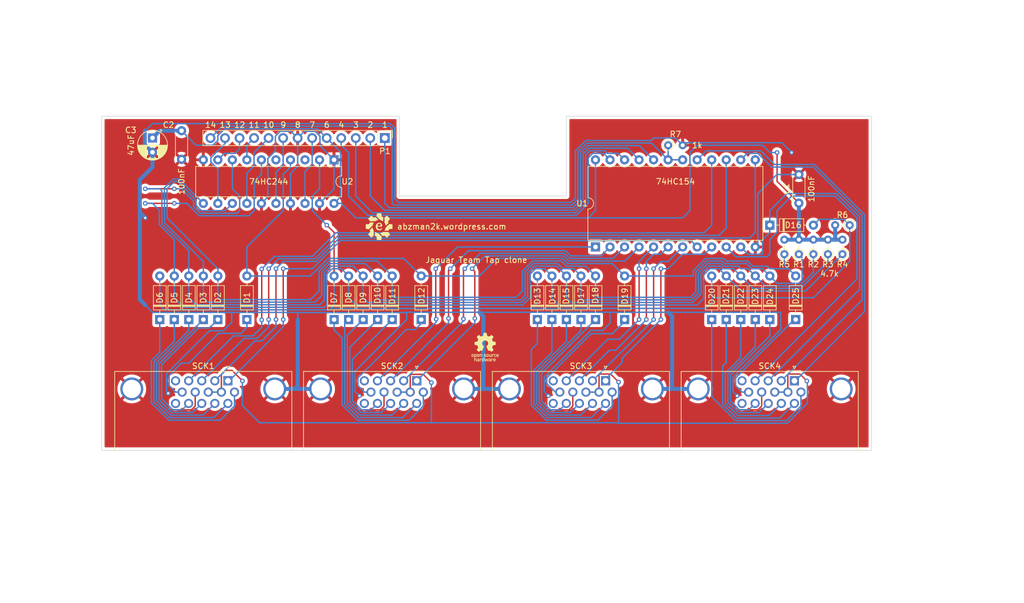
<source format=kicad_pcb>
(kicad_pcb (version 20211014) (generator pcbnew)
  (layers (0 "F.Cu" signal) (31 "B.Cu" signal) (34 "B.Paste" user) (35 "F.Paste" user) (36 "B.SilkS" user "B.Silkscreen") (37 "F.SilkS" user "F.Silkscreen") (38 "B.Mask" user) (39 "F.Mask" user) (44 "Edge.Cuts" user))
  (net 0 "")
  (net 1 "+5V")
  (net 2 "GND")
  (net 3 "Net-(D1-Pad1)")
  (net 4 "/int8")
  (net 5 "Net-(D2-Pad1)")
  (net 6 "/int10")
  (net 7 "Net-(D3-Pad1)")
  (net 8 "/int 11")
  (net 9 "/int12")
  (net 10 "/int9")
  (net 11 "Net-(D6-Pad1)")
  (net 12 "/int6")
  (net 13 "Net-(SCK2-Pad6)")
  (net 14 "Net-(D12-Pad1)")
  (net 15 "Net-(SCK3-Pad6)")
  (net 16 "/s10")
  (net 17 "Net-(SCK3-Pad10)")
  (net 18 "Net-(SCK4-Pad6)")
  (net 19 "Net-(SCK4-Pad10)")
  (net 20 "/JC1")
  (net 21 "/JC2")
  (net 22 "/JC3")
  (net 23 "/JC4")
  (net 24 "/JC6")
  (net 25 "/JC8")
  (net 26 "/JC9")
  (net 27 "/JC10")
  (net 28 "/JC11")
  (net 29 "/JC12")
  (net 30 "/JC13")
  (net 32 "Net-(SCK4-Pad7)")
  (net 33 "/s7")
  (net 34 "/s11")
  (net 35 "/s13")
  (net 36 "/s14")
  (net 39 "/s3")
  (net 40 "/s2")
  (net 41 "/s1")
  (net 42 "/s0")
  (net 45 "/s8")
  (net 46 "/s6")
  (net 47 "/s5")
  (net 48 "/s4")
  (net 51 "/s15")
  (net 52 "/s12")
  (net 53 "/s9")
  (net 57 "Net-(D4-Pad1)")
  (net 58 "Net-(D5-Pad1)")
  (net 59 "Net-(D8-Pad1)")
  (net 60 "Net-(D9-Pad1)")
  (net 61 "Net-(D10-Pad1)")
  (net 62 "Net-(D11-Pad1)")
  (net 63 "Net-(SCK3-Pad11)")
  (net 64 "Net-(SCK3-Pad12)")
  (net 65 "Net-(SCK3-Pad13)")
  (net 66 "Net-(SCK3-Pad14)")
  (net 67 "Net-(D21-Pad1)")
  (net 68 "Net-(D22-Pad1)")
  (net 69 "Net-(D23-Pad1)")
  (net 70 "Net-(D24-Pad1)")
  (footprint "Resistor_THT:R_Axial_DIN0204_L3.6mm_D1.6mm_P2.54mm_Vertical" (layer "F.Cu") (at 137.16 147.32 90)
    (fp_text reference "R5")
    (fp_text value "4.7k")
  )
  (footprint "Diode_THT:D_DO-35_SOD27_P7.62mm_Horizontal" (layer "F.Cu") (at 129.54 158.75 90)
    (fp_text reference "D22")
    (fp_text value "1N4148")
  )
  (footprint "Diode_THT:D_DO-35_SOD27_P7.62mm_Horizontal" (layer "F.Cu") (at 134.62 142.24)
    (fp_text reference "D16")
    (fp_text value "1N4148")
  )
  (footprint "Diode_THT:D_DO-35_SOD27_P7.62mm_Horizontal" (layer "F.Cu") (at 124.46 158.75 90)
    (fp_text reference "D20")
    (fp_text value "1N4148")
  )
  (footprint "Diode_THT:D_DO-35_SOD27_P7.62mm_Horizontal" (layer "F.Cu") (at 68.58 158.75 90)
    (fp_text reference "D11")
    (fp_text value "1N4148")
  )
  (footprint "Diode_THT:D_DO-35_SOD27_P7.62mm_Horizontal" (layer "F.Cu") (at 35.56 158.75 90)
    (fp_text reference "D3")
    (fp_text value "1N4148")
  )
  (footprint "Capacitor_THT:CP_Radial_D5.0mm_P2.50mm" (layer "F.Cu") (at 26.67 127 -90)
    (fp_text reference "C3")
    (fp_text value "47uF")
  )
  (footprint "Diode_THT:D_DO-35_SOD27_P7.62mm_Horizontal" (layer "F.Cu") (at 73.66 158.75 90)
    (fp_text reference "D12")
    (fp_text value "1N4148")
  )
  (footprint "Diode_THT:D_DO-35_SOD27_P7.62mm_Horizontal" (layer "F.Cu") (at 38.1 158.75 90)
    (fp_text reference "D2")
    (fp_text value "1N4148")
  )
  (footprint "Resistor_THT:R_Axial_DIN0204_L3.6mm_D1.6mm_P2.54mm_Vertical" (layer "F.Cu") (at 147.32 147.32 90)
    (fp_text reference "R4")
    (fp_text value "4.7k")
  )
  (footprint "Resistor_THT:R_Axial_DIN0204_L3.6mm_D1.6mm_P2.54mm_Vertical" (layer "F.Cu") (at 116.84 128.27)
    (fp_text reference "R7")
    (fp_text value "1k")
  )
  (footprint "Capacitor_THT:C_Disc_D4.3mm_W1.9mm_P5.00mm" (layer "F.Cu") (at 31.75 125.73 -90)
    (fp_text reference "C2")
    (fp_text value "100nF")
  )
  (footprint "Connector_PinHeader_2.54mm:PinHeader_1x13_P2.54mm_Vertical" (layer "F.Cu") (at 67.29 127.01 -90)
    (fp_text reference "P1")
    (fp_text value "to console cable")
  )
  (footprint "Package_DIP:DIP-20_W7.62mm" (layer "F.Cu") (at 58.415 130.82 -90)
    (fp_text reference "U2")
    (fp_text value "74HC244")
  )
  (footprint "Diode_THT:D_DO-35_SOD27_P7.62mm_Horizontal" (layer "F.Cu") (at 63.5 158.75 90)
    (fp_text reference "D9")
    (fp_text value "1N4148")
  )
  (footprint "Diode_THT:D_DO-35_SOD27_P7.62mm_Horizontal" (layer "F.Cu") (at 99.06 158.75 90)
    (fp_text reference "D15")
    (fp_text value "1N4148")
  )
  (footprint "Connector_Dsub:DSUB-15-HD_Female_Horizontal_P2.29x1.98mm_EdgePinOffset8.35mm_Housed_MountingHolesOffset10.89mm" (layer "F.Cu") (at 72.88 169.459669)
    (fp_text reference "SCK2")
    (fp_text value "controller port")
  )
  (footprint "Diode_THT:D_DO-35_SOD27_P7.62mm_Horizontal" (layer "F.Cu") (at 66.04 158.75 90)
    (fp_text reference "D10")
    (fp_text value "1N4148")
  )
  (footprint "Diode_THT:D_DO-35_SOD27_P7.62mm_Horizontal" (layer "F.Cu") (at 109.22 158.75 90)
    (fp_text reference "D19")
    (fp_text value "1N4148")
  )
  (footprint "Connector_Dsub:DSUB-15-HD_Female_Horizontal_P2.29x1.98mm_EdgePinOffset8.35mm_Housed_MountingHolesOffset10.89mm" (layer "F.Cu") (at 105.9 169.459669)
    (fp_text reference "SCK3")
    (fp_text value "controller port")
  )
  (footprint "Diode_THT:D_DO-35_SOD27_P7.62mm_Horizontal" (layer "F.Cu") (at 127 158.75 90)
    (fp_text reference "D21")
    (fp_text value "1N4148")
  )
  (footprint "Resistor_THT:R_Axial_DIN0204_L3.6mm_D1.6mm_P2.54mm_Vertical" (layer "F.Cu") (at 142.24 147.32 90)
    (fp_text reference "R2")
    (fp_text value "4.7k")
  )
  (footprint "Diode_THT:D_DO-35_SOD27_P7.62mm_Horizontal" (layer "F.Cu") (at 33.02 158.75 90)
    (fp_text reference "D4")
    (fp_text value "1N4148")
  )
  (footprint "Diode_THT:D_DO-35_SOD27_P7.62mm_Horizontal" (layer "F.Cu") (at 60.96 158.75 90)
    (fp_text reference "D8")
    (fp_text value "1N4148")
  )
  (footprint "Diode_THT:D_DO-35_SOD27_P7.62mm_Horizontal" (layer "F.Cu") (at 101.6 158.75 90)
    (fp_text reference "D17")
    (fp_text value "1N4148")
  )
  (footprint "Diode_THT:D_DO-35_SOD27_P7.62mm_Horizontal" (layer "F.Cu") (at 134.62 158.75 90)
    (fp_text reference "D24")
    (fp_text value "1N4148")
  )
  (footprint "Diode_THT:D_DO-35_SOD27_P7.62mm_Horizontal" (layer "F.Cu") (at 96.52 158.75 90)
    (fp_text reference "D14")
    (fp_text value "1N4148")
  )
  (footprint "Capacitor_THT:C_Disc_D4.3mm_W1.9mm_P5.00mm" (layer "F.Cu") (at 139.7 138.39 90)
    (fp_text reference "C1")
    (fp_text value "100nF")
  )
  (footprint "Resistor_THT:R_Axial_DIN0204_L3.6mm_D1.6mm_P2.54mm_Vertical" (layer "F.Cu") (at 144.78 147.32 90)
    (fp_text reference "R3")
    (fp_text value "4.7k")
  )
  (footprint "Package_DIP:DIP-24_W15.24mm" (layer "F.Cu") (at 104.135 146.055 90)
    (fp_text reference "U1")
    (fp_text value "74HC154")
  )
  (footprint "Evan's misc parts:Evan Logo" (layer "F.Cu") (at 66.294 142.494)
    (fp_text reference "G***" hide)
    (fp_text value "LOGO" hide)
  )
  (footprint "Diode_THT:D_DO-35_SOD27_P7.62mm_Horizontal" (layer "F.Cu") (at 43.18 158.75 90)
    (fp_text reference "D1")
    (fp_text value "1N4148")
  )
  (footprint "Diode_THT:D_DO-35_SOD27_P7.62mm_Horizontal" (layer "F.Cu") (at 132.08 158.75 90)
    (fp_text reference "D23")
    (fp_text value "1N4148")
  )
  (footprint "Connector_Dsub:DSUB-15-HD_Female_Horizontal_P2.29x1.98mm_EdgePinOffset8.35mm_Housed_MountingHolesOffset10.89mm" (layer "F.Cu") (at 138.92 169.459669)
    (fp_text reference "SCK4")
    (fp_text value "controller port")
  )
  (footprint "Diode_THT:D_DO-35_SOD27_P7.62mm_Horizontal" (layer "F.Cu") (at 139.14 158.75 90)
    (fp_text reference "D25")
    (fp_text value "1N4148")
  )
  (footprint "Diode_THT:D_DO-35_SOD27_P7.62mm_Horizontal" (layer "F.Cu") (at 104.14 158.75 90)
    (fp_text reference "D18")
    (fp_text value "1N4148")
  )
  (footprint "Diode_THT:D_DO-35_SOD27_P7.62mm_Horizontal" (layer "F.Cu") (at 58.42 158.75 90)
    (fp_text reference "D7")
    (fp_text value "1N4148")
  )
  (footprint "Resistor_THT:R_Axial_DIN0204_L3.6mm_D1.6mm_P2.54mm_Vertical" (layer "F.Cu") (at 148.59 142.24 180)
    (fp_text reference "R6")
    (fp_text value "4.7k")
  )
  (footprint "Diode_THT:D_DO-35_SOD27_P7.62mm_Horizontal" (layer "F.Cu") (at 30.48 158.75 90)
    (fp_text reference "D5")
    (fp_text value "1N4148")
  )
  (footprint "Diode_THT:D_DO-35_SOD27_P7.62mm_Horizontal" (layer "F.Cu") (at 27.94 158.75 90)
    (fp_text reference "D6")
    (fp_text value "1N4148")
  )
  (footprint "Evan's misc parts:OSHW gear" (layer "F.Cu") (at 84.836 163.576)
    (fp_text reference "G***" hide)
    (fp_text value "LOGO" hide)
  )
  (footprint "Diode_THT:D_DO-35_SOD27_P7.62mm_Horizontal" (layer "F.Cu") (at 93.98 158.75 90)
    (fp_text reference "D13")
    (fp_text value "1N4148")
  )
  (footprint "Connector_Dsub:DSUB-15-HD_Female_Horizontal_P2.29x1.98mm_EdgePinOffset8.35mm_Housed_MountingHolesOffset10.89mm" (layer "F.Cu") (at 39.86 169.459669)
    (fp_text reference "SCK1")
    (fp_text value "controller port")
  )
  (footprint "Resistor_THT:R_Axial_DIN0204_L3.6mm_D1.6mm_P2.54mm_Vertical" (layer "F.Cu") (at 139.7 147.32 90)
    (fp_text reference "R1")
    (fp_text value "4.7k")
  )
  (gr_line (start 152.4 132.08) (end 152.4 127) (layer "Edge.Cuts") (width 0.1))
  (gr_line (start 99.06 123.19) (end 99.06 125.73) (layer "Edge.Cuts") (width 0.1))
  (gr_line (start 152.4 123.19) (end 152.4 125.73) (layer "Edge.Cuts") (width 0.1))
  (gr_line (start 69.85 137.16) (end 69.85 125.73) (layer "Edge.Cuts") (width 0.1))
  (gr_line (start 99.06 125.73) (end 99.06 137.16) (layer "Edge.Cuts") (width 0.1))
  (gr_line (start 17.78 123.19) (end 17.78 181.61) (layer "Edge.Cuts") (width 0.1))
  (gr_line (start 21.59 123.19) (end 17.78 123.19) (layer "Edge.Cuts") (width 0.1))
  (gr_line (start 99.06 123.19) (end 152.4 123.19) (layer "Edge.Cuts") (width 0.1))
  (gr_line (start 25.4 123.19) (end 21.59 123.19) (layer "Edge.Cuts") (width 0.1))
  (gr_line (start 152.4 181.61) (end 152.4 132.08) (layer "Edge.Cuts") (width 0.1))
  (gr_line (start 17.78 181.61) (end 152.4 181.61) (layer "Edge.Cuts") (width 0.1))
  (gr_line (start 152.4 127) (end 152.4 125.73) (layer "Edge.Cuts") (width 0.1))
  (gr_line (start 99.06 137.16) (end 69.85 137.16) (layer "Edge.Cuts") (width 0.1))
  (gr_line (start 69.85 125.73) (end 69.85 123.19) (layer "Edge.Cuts") (width 0.1))
  (gr_line (start 69.85 123.19) (end 25.4 123.19) (layer "Edge.Cuts") (width 0.1))
  (gr_text "Jaguar Team Tap clone" (at 83.312 148.336) (layer "F.SilkS") (effects (font (size 1 1))))
  (gr_text "2" (at 64.77 124.714) (layer "F.SilkS") (effects (font (size 1 1))))
  (gr_text "4" (at 59.69 124.714) (layer "F.SilkS") (effects (font (size 1 1))))
  (gr_text "1" (at 67.31 124.714) (layer "F.SilkS") (effects (font (size 1 1))))
  (gr_text "11" (at 44.45 124.714) (layer "F.SilkS") (effects (font (size 1 1))))
  (gr_text "9" (at 49.53 124.714) (layer "F.SilkS") (effects (font (size 1 1))))
  (gr_text "13" (at 39.37 124.714) (layer "F.SilkS") (effects (font (size 1 1))))
  (gr_text "14" (at 36.83 124.714) (layer "F.SilkS") (effects (font (size 1 1))))
  (gr_text "12" (at 41.91 124.714) (layer "F.SilkS") (effects (font (size 1 1))))
  (gr_text "10" (at 46.99 124.714) (layer "F.SilkS") (effects (font (size 1 1))))
  (gr_text "3" (at 62.23 124.714) (layer "F.SilkS") (effects (font (size 1 1))))
  (gr_text "8" (at 52.07 124.714) (layer "F.SilkS") (effects (font (size 1 1))))
  (gr_text "7" (at 54.61 124.714) (layer "F.SilkS") (effects (font (size 1 1))))
  (gr_text "6" (at 57.15 124.714) (layer "F.SilkS") (effects (font (size 1 1))))
  (gr_text "abzman2k.wordpress.com" (at 78.994 142.494) (layer "F.SilkS") (effects (font (size 1 1))))
  (segment (start 135.89 134.58) (end 139.7 138.39) (width 0.25) (layer "F.Cu") (net 1))
  (segment (start 135.89 129.54) (end 135.89 134.58) (width 0.25) (layer "F.Cu") (net 1))
  (via (at 135.89 129.54) (size 0.8) (drill 0.4) (layers "F.Cu" "B.Cu") (net 1))
  (segment (start 39.313021 125.385969) (end 38.1 126.59899) (width 0.25) (layer "B.Cu") (net 1))
  (segment (start 58.415 138.44) (end 59.539511 137.315489) (width 0.25) (layer "B.Cu") (net 1))
  (segment (start 119.38 140.97) (end 120.65 139.7) (width 0.25) (layer "B.Cu") (net 1))
  (segment (start 37.21101 128.27) (end 34.29 128.27) (width 0.25) (layer "B.Cu") (net 1))
  (segment (start 146.05 144.78) (end 147.32 144.78) (width 0.7) (layer "B.Cu") (net 1))
  (segment (start 55.505969 125.385969) (end 39.313021 125.385969) (width 0.25) (layer "B.Cu") (net 1))
  (segment (start 139.7 144.78) (end 142.24 144.78) (width 0.7) (layer "B.Cu") (net 1))
  (segment (start 38.1 127.38101) (end 37.21101 128.27) (width 0.25) (layer "B.Cu") (net 1))
  (segment (start 104.135 130.815) (end 104.135 139.705) (width 0.25) (layer "B.Cu") (net 1))
  (segment (start 146.05 142.24) (end 146.05 144.78) (width 0.7) (layer "B.Cu") (net 1))
  (segment (start 137.16 144.78) (end 139.7 144.78) (width 0.7) (layer "B.Cu") (net 1))
  (segment (start 121.92 128.27) (end 133.35 128.27) (width 0.25) (layer "B.Cu") (net 1))
  (segment (start 142.24 144.78) (end 144.78 144.78) (width 0.7) (layer "B.Cu") (net 1))
  (segment (start 59.539511 137.315489) (end 59.539511 129.419511) (width 0.25) (layer "B.Cu") (net 1))
  (segment (start 102.87 140.97) (end 62.23 140.97) (width 0.25) (layer "B.Cu") (net 1))
  (segment (start 62.23 140.97) (end 59.7 138.44) (width 0.25) (layer "B.Cu") (net 1))
  (segment (start 133.35 128.27) (end 134.62 129.54) (width 0.25) (layer "B.Cu") (net 1))
  (segment (start 59.7 138.44) (end 58.415 138.44) (width 0.25) (layer "B.Cu") (net 1))
  (segment (start 120.65 139.7) (end 120.65 129.54) (width 0.25) (layer "B.Cu") (net 1))
  (segment (start 57.13 127.01) (end 55.505969 125.385969) (width 0.25) (layer "B.Cu") (net 1))
  (segment (start 34.29 128.27) (end 31.75 125.73) (width 0.25) (layer "B.Cu") (net 1))
  (segment (start 104.135 139.705) (end 102.87 140.97) (width 0.25) (layer "B.Cu") (net 1))
  (segment (start 139.7 138.39) (end 139.7 144.78) (width 0.7) (layer "B.Cu") (net 1))
  (segment (start 144.78 144.78) (end 146.05 144.78) (width 0.7) (layer "B.Cu") (net 1))
  (segment (start 38.1 126.59899) (end 38.1 127.38101) (width 0.25) (layer "B.Cu") (net 1))
  (segment (start 134.62 129.54) (end 135.89 129.54) (width 0.25) (layer "B.Cu") (net 1))
  (segment (start 102.87 140.97) (end 119.38 140.97) (width 0.25) (layer "B.Cu") (net 1))
  (segment (start 120.65 129.54) (end 121.92 128.27) (width 0.25) (layer "B.Cu") (net 1))
  (segment (start 59.539511 129.419511) (end 57.13 127.01) (width 0.25) (layer "B.Cu") (net 1))
  (segment (start 27.94 125.73) (end 26.67 127) (width 0.7) (layer "B.Cu") (net 1))
  (segment (start 31.75 125.73) (end 27.94 125.73) (width 0.7) (layer "B.Cu") (net 1))
  (segment (start 63.254211 174.54418) (end 62.23 173.519969) (width 0.25) (layer "F.Cu") (net 2))
  (segment (start 100.175 173.864969) (end 99.495789 174.54418) (width 0.25) (layer "F.Cu") (net 2))
  (segment (start 34.135 171.439669) (end 34.135 173.864969) (width 0.25) (layer "F.Cu") (net 2))
  (segment (start 29.4132 174.1932) (end 29.4132 171.6532) (width 0.25) (layer "F.Cu") (net 2))
  (segment (start 67.155 171.439669) (end 67.155 173.864969) (width 0.25) (layer "F.Cu") (net 2))
  (segment (start 66.475789 174.54418) (end 63.254211 174.54418) (width 0.25) (layer "F.Cu") (net 2))
  (segment (start 133.195 173.864969) (end 132.515789 174.54418) (width 0.25) (layer "F.Cu") (net 2))
  (segment (start 62.23 173.519969) (end 62.23 172.72) (width 0.25) (layer "F.Cu") (net 2))
  (segment (start 95.80418 174.54418) (end 95.615489 174.355489) (width 0.25) (layer "F.Cu") (net 2))
  (segment (start 128.27 172.72) (end 128.905 172.085) (width 0.25) (layer "F.Cu") (net 2))
  (segment (start 132.515789 174.54418) (end 129.294211 174.54418) (width 0.25) (layer "F.Cu") (net 2))
  (segment (start 29.76418 174.54418) (end 29.4132 174.1932) (width 0.25) (layer "F.Cu") (net 2))
  (segment (start 128.27 173.519969) (end 128.27 172.72) (width 0.25) (layer "F.Cu") (net 2))
  (segment (start 95.615489 172.354511) (end 95.885 172.085) (width 0.25) (layer "F.Cu") (net 2))
  (segment (start 99.495789 174.54418) (end 95.80418 174.54418) (width 0.25) (layer "F.Cu") (net 2))
  (segment (start 33.455789 174.54418) (end 29.76418 174.54418) (width 0.25) (layer "F.Cu") (net 2))
  (segment (start 133.195 171.439669) (end 133.195 173.864969) (width 0.25) (layer "F.Cu") (net 2))
  (segment (start 62.23 172.72) (end 62.865 172.085) (width 0.25) (layer "F.Cu") (net 2))
  (segment (start 100.175 171.439669) (end 100.175 173.864969) (width 0.25) (layer "F.Cu") (net 2))
  (segment (start 129.294211 174.54418) (end 128.27 173.519969) (width 0.25) (layer "F.Cu") (net 2))
  (segment (start 34.135 173.864969) (end 33.455789 174.54418) (width 0.25) (layer "F.Cu") (net 2))
  (segment (start 95.615489 174.355489) (end 95.615489 172.354511) (width 0.25) (layer "F.Cu") (net 2))
  (segment (start 67.155 173.864969) (end 66.475789 174.54418) (width 0.25) (layer "F.Cu") (net 2))
  (via (at 138.43 129.54) (size 0.8) (drill 0.4) (layers "F.Cu" "B.Cu") (net 2))
  (via (at 29.4132 171.6532) (size 0.8) (drill 0.4) (layers "F.Cu" "B.Cu") (net 2))
  (via (at 128.905 172.085) (size 0.8) (drill 0.4) (layers "F.Cu" "B.Cu") (net 2))
  (via (at 95.885 172.085) (size 0.8) (drill 0.4) (layers "F.Cu" "B.Cu") (net 2))
  (via (at 25.4 140.97) (size 0.8) (drill 0.4) (layers "F.Cu" "B.Cu") (net 2))
  (via (at 62.865 172.085) (size 0.8) (drill 0.4) (layers "F.Cu" "B.Cu") (net 2))
  (segment (start 119.82952 127.82048) (end 132.90048 127.82048) (width 0.25) (layer "B.Cu") (net 2))
  (segment (start 135.85 133.39) (end 139.7 133.39) (width 0.25) (layer "B.Cu") (net 2))
  (segment (start 52.05 131.9584) (end 52.05 127.01) (width 0.25) (layer "B.Cu") (net 2))
  (segment (start 128.185969 171.365969) (end 128.185969 168.807683) (width 0.25) (layer "B.Cu") (net 2))
  (segment (start 24.450489 140.020489) (end 25.4 140.97) (width 0.7) (layer "B.Cu") (net 2))
  (segment (start 100.6224 132.08) (end 100.6224 129.244732) (width 0.25) (layer "B.Cu") (net 2))
  (segment (start 50.795 133.2134) (end 52.05 131.9584) (width 0.25) (layer "B.Cu") (net 2))
  (segment (start 29.125969 171.365969) (end 29.125969 168.232031) (width 0.25) (layer "B.Cu") (net 2))
  (segment (start 51.499669 170.879669) (end 52.07 170.309338) (width 0.7) (layer "B.Cu") (net 2))
  (segment (start 78.74 138.27288) (end 96.52 138.27288) (width 0.25) (layer "B.Cu") (net 2))
  (segment (start 55.875 138.44) (end 58.415 135.9) (width 0.25) (layer "B.Cu") (net 2))
  (segment (start 69.02952 125.226701) (end 69.02952 132.08) (width 0.25) (layer "B.Cu") (net 2))
  (segment (start 117.539669 158.179669) (end 116.84 157.48) (width 0.7) (layer "B.Cu") (net 2))
  (segment (start 106.68 157.48) (end 116.84 157.48) (width 0.25) (layer "B.Cu") (net 2))
  (segment (start 62.865 172.085) (end 62.0776 171.2976) (width 0.25) (layer "B.Cu") (net 2))
  (segment (start 48.045 170.879669) (end 51.499669 170.879669) (width 0.7) (layer "B.Cu") (net 2))
  (segment (start 62.0776 171.2976) (end 62.0776 167.7924) (width 0.25) (layer "B.Cu") (net 2))
  (segment (start 128.905 172.085) (end 128.185969 171.365969) (width 0.25) (layer "B.Cu") (net 2))
  (segment (start 50.795 138.44) (end 50.795 133.2134) (width 0.25) (layer "B.Cu") (net 2))
  (segment (start 24.450489 155.260489) (end 25.4 156.21) (width 0.7) (layer "B.Cu") (net 2))
  (segment (start 55.955489 126.694489) (end 55.955489 128.360489) (width 0.25) (layer "B.Cu") (net 2))
  (segment (start 52.05 127.01) (end 50.875489 125.835489) (width 0.25) (layer "B.Cu") (net 2))
  (segment (start 100.6224 129.244732) (end 102.424243 127.442889) (width 0.25) (layer "B.Cu") (net 2))
  (segment (start 52.07 157.5308) (end 52.07 158.75) (width 0.25) (layer "B.Cu") (net 2))
  (segment (start 40.513 157.5054) (end 26.6954 157.5054) (width 0.25) (layer "B.Cu") (net 2))
  (segment (start 100.6224 137.49901) (end 100.6224 132.08) (width 0.25) (layer "B.Cu") (net 2))
  (segment (start 136.71048 127.82048) (end 138.43 129.54) (width 0.25) (layer "B.Cu") (net 2))
  (segment (start 52.05 127.01) (end 53.224511 125.835489) (width 0.25) (layer "B.Cu") (net 2))
  (segment (start 132.52452 145.60548) (end 132.52452 136.71548) (width 0.25) (layer "B.Cu") (net 2))
  (segment (start 128.185969 168.807683) (end 136.525 160.468652) (width 0.25) (layer "B.Cu") (net 2))
  (segment (start 132.90048 127.82048) (end 136.71048 127.82048) (width 0.25) (layer "B.Cu") (net 2))
  (segment (start 67.283071 124.486929) (end 26.643071 124.486929) (width 0.25) (layer "B.Cu") (net 2))
  (segment (start 24.450489 140.020489) (end 24.450489 155.260489) (width 0.7) (layer "B.Cu") (net 2))
  (segment (start 36.6522 160.7058) (end 39.0652 160.7058) (width 0.25) (layer "B.Cu") (net 2))
  (segment (start 132.52452 136.71548) (end 135.85 133.39) (width 0.25) (layer "B.Cu") (net 2))
  (segment (start 53.224511 125.835489) (end 55.096489 125.835489) (width 0.25) (layer "B.Cu") (net 2))
  (segment (start 40.513 159.258) (end 40.513 157.5054) (width 0.25) (layer "B.Cu") (net 2))
  (segment (start 29.125969 168.232031) (end 36.6522 160.7058) (width 0.25) (layer "B.Cu") (net 2))
  (segment (start 46.839511 137.315489) (end 45.715 138.44) (width 0.25) (layer "B.Cu") (net 2))
  (segment (start 58.415 135.9) (end 58.415 130.82) (width 0.25) (layer "B.Cu") (net 2))
  (segment (start 48.1584 129.2606) (end 46.839511 130.579489) (width 0.25) (layer "B.Cu") (net 2))
  (segment (start 68.289748 124.486929) (end 69.02952 125.226701) (width 0.25) (layer "B.Cu") (net 2))
  (segment (start 62.0776 167.7924) (end 71.12 158.75) (width 0.25) (layer "B.Cu") (net 2))
  (segment (start 118.11 127) (end 114.3 127) (width 0.25) (layer "B.Cu") (net 2))
  (segment (start 31.84 130.82) (end 31.75 130.73) (width 0.7) (layer "B.Cu") (net 2))
  (segment (start 48.1584 126.70059) (end 48.1584 129.2606) (width 0.25) (layer "B.Cu") (net 2))
  (segment (start 95.165969 171.365969) (end 95.165969 168.807683) (width 0.25) (layer "B.Cu") (net 2))
  (segment (start 55.955489 128.360489) (end 58.415 130.82) (width 0.25) (layer "B.Cu") (net 2))
  (segment (start 26.67 129.5) (end 26.67 132.08) (width 0.7) (layer "B.Cu") (net 2))
  (segment (start 25.320489 125.809511) (end 25.4 125.73) (width 0.7) (layer "B.Cu") (net 2))
  (segment (start 52.07 157.5308) (end 71.0692 157.5308) (width 0.25) (layer "B.Cu") (net 2))
  (segment (start 103.318652 160.655) (end 105.41 160.655) (width 0.25) (layer "B.Cu") (net 2))
  (segment (start 95.885 172.085) (end 95.165969 171.365969) (width 0.25) (layer "B.Cu") (net 2))
  (segment (start 52.07 170.309338) (end 52.07 158.75) (width 0.7) (layer "B.Cu") (net 2))
  (segment (start 69.02952 137.60952) (end 69.69288 138.27288) (width 0.25) (layer "B.Cu") (net 2))
  (segment (start 25.320489 128.150489) (end 25.320489 125.809511) (width 0.7) (layer "B.Cu") (net 2))
  (segment (start 26.67 132.08) (end 24.450489 134.299511) (width 0.7) (layer "B.Cu") (net 2))
  (segment (start 26.6954 157.5054) (end 25.4 156.21) (width 0.25) (layer "B.Cu") (net 2))
  (segment (start 67.283071 124.486929) (end 68.289748 124.486929) (width 0.25) (layer "B.Cu") (net 2))
  (segment (start 95.165969 168.807683) (end 103.318652 160.655) (width 0.25) (layer "B.Cu") (net 2))
  (segment (start 117.539669 170.879669) (end 117.539669 158.179669) (width 0.7) (layer "B.Cu") (net 2))
  (segment (start 69.02952 137.16) (end 69.02952 137.60952) (width 0.25) (layer "B.Cu") (net 2))
  (segment (start 69.02952 132.08) (end 69.02952 137.16) (width 0.25) (layer "B.Cu") (net 2))
  (segment (start 114.3 127) (end 113.857111 127.442889) (width 0.25) (layer "B.Cu") (net 2))
  (segment (start 26.67 129.5) (end 25.320489 128.150489) (width 0.7) (layer "B.Cu") (net 2))
  (segment (start 84.519669 158.179669) (end 83.82 157.48) (width 0.7) (layer "B.Cu") (net 2))
  (segment (start 119.38 128.27) (end 119.82952 127.82048) (width 0.25) (layer "B.Cu") (net 2))
  (segment (start 49.023501 125.835489) (end 48.1584 126.70059) (width 0.25) (layer "B.Cu") (net 2))
  (segment (start 71.12 158.75) (end 71.12 157.48) (width 0.25) (layer "B.Cu") (net 2))
  (segment (start 39.0652 160.7058) (end 40.513 159.258) (width 0.25) (layer "B.Cu") (net 2))
  (segment (start 84.519669 170.879669) (end 84.519669 158.179669) (width 0.7) (layer "B.Cu") (net 2))
  (segment (start 106.68 159.385) (end 106.68 157.48) (width 0.25) (layer "B.Cu") (net 2))
  (segment (start 119.38 128.27) (end 118.11 127) (width 0.25) (layer "B.Cu") (net 2))
  (segment (start 40.513 157.5054) (end 52.0446 157.5054) (width 0.25) (layer "B.Cu") (net 2))
  (segment (start 52.0446 157.5054) (end 52.07 157.5308) (width 0.25) (layer "B.Cu") (net 2))
  (segment (start 69.69288 138.27288) (end 78.74 138.27288) (width 0.25) (layer "B.Cu") (net 2))
  (segment (start 26.643071 124.486929) (end 25.4 125.73) (width 0.25) (layer "B.Cu") (net 2))
  (segment (start 50.875489 125.835489) (end 49.023501 125.835489) (width 0.25) (layer "B.Cu") (net 2))
  (segment (start 116.84 157.48) (end 136.525 157.48) (width 0.25) (layer "B.Cu") (net 2))
  (segment (start 55.096489 125.835489) (end 55.955489 126.694489) (width 0.25) (layer "B.Cu") (net 2))
  (segment (start 132.075 146.055) (end 132.52452 145.60548) (width 0.25) (layer "B.Cu") (net 2))
  (segment (start 51.499669 170.879669) (end 56.065 170.879669) (width 0.7) (layer "B.Cu") (net 2))
  (segment (start 102.424243 127.442889) (end 113.857111 127.442889) (width 0.25) (layer "B.Cu") (net 2))
  (segment (start 84.519669 170.879669) (end 89.085 170.879669) (width 0.7) (layer "B.Cu") (net 2))
  (segment (start 83.82 157.48) (end 106.68 157.48) (width 0.25) (layer "B.Cu") (net 2))
  (segment (start 46.839511 130.579489) (end 46.839511 137.315489) (width 0.25) (layer "B.Cu") (net 2))
  (segment (start 71.12 157.48) (end 83.82 157.48) (width 0.25) (layer "B.Cu") (net 2))
  (segment (start 24.450489 134.299511) (end 24.450489 140.020489) (width 0.7) (layer "B.Cu") (net 2))
  (segment (start 81.065 170.879669) (end 84.519669 170.879669) (width 0.7) (layer "B.Cu") (net 2))
  (segment (start 99.84853 138.27288) (end 100.6224 137.49901) (width 0.25) (layer "B.Cu") (net 2))
  (segment (start 105.41 160.655) (end 106.68 159.385) (width 0.25) (layer "B.Cu") (net 2))
  (segment (start 114.085 170.879669) (end 117.539669 170.879669) (width 0.7) (layer "B.Cu") (net 2))
  (segment (start 136.525 160.468652) (end 136.525 157.48) (width 0.25) (layer "B.Cu") (net 2))
  (segment (start 29.4132 171.6532) (end 29.125969 171.365969) (width 0.25) (layer "B.Cu") (net 2))
  (segment (start 117.539669 170.879669) (end 122.105 170.879669) (width 0.7) (layer "B.Cu") (net 2))
  (segment (start 96.52 138.27288) (end 99.84853 138.27288) (width 0.25) (layer "B.Cu") (net 2))
  (segment (start 71.0692 157.5308) (end 71.12 157.48) (width 0.25) (layer "B.Cu") (net 2))
  (segment (start 42.12088 161.15532) (end 43.18 160.0962) (width 0.25) (layer "B.Cu") (net 3))
  (segment (start 29.575489 168.519111) (end 31.7373 166.3573) (width 0.25) (layer "B.Cu") (net 3))
  (segment (start 38.23468 161.15532) (end 42.12088 161.15532) (width 0.25) (layer "B.Cu") (net 3))
  (segment (start 31.845 171.439669) (end 30.71363 171.439669) (width 0.25) (layer "B.Cu") (net 3))
  (segment (start 29.575489 170.301528) (end 29.575489 168.519111) (width 0.25) (layer "B.Cu") (net 3))
  (segment (start 43.18 160.0962) (end 43.18 158.75) (width 0.25) (layer "B.Cu") (net 3))
  (segment (start 38.23468 161.15532) (end 33.0327 166.3573) (width 0.25) (layer "B.Cu") (net 3))
  (segment (start 30.71363 171.439669) (end 29.575489 170.301528) (width 0.25) (layer "B.Cu") (net 3))
  (segment (start 33.0327 166.3573) (end 31.7373 166.3573) (width 0.25) (layer "B.Cu") (net 3))
  (segment (start 100.700961 148.960961) (end 107.050961 148.960961) (width 0.25) (layer "B.Cu") (net 4))
  (segment (start 123.394911 148.06192) (end 126.55048 148.06192) (width 0.25) (layer "B.Cu") (net 4))
  (segment (start 134.17048 149.41048) (end 134.62 149.86) (width 0.25) (layer "B.Cu") (net 4))
  (segment (start 109.22 151.13) (end 121.23177 151.13) (width 0.25) (layer "B.Cu") (net 4))
  (segment (start 121.23177 151.13) (end 121.23177 150.225061) (width 0.25) (layer "B.Cu") (net 4))
  (segment (start 73.66 151.13) (end 83.82 151.13) (width 0.25) (layer "B.Cu") (net 4))
  (segment (start 43.18 151.13) (end 43.18 146.05) (width 0.25) (layer "B.Cu") (net 4))
  (segment (start 134.62 149.86) (end 137.87 149.86) (width 0.25) (layer "B.Cu") (net 4))
  (segment (start 50.795 132.075) (end 50.795 130.82) (width 0.25) (layer "B.Cu") (net 4))
  (segment (start 127 148.51144) (end 130.732874 148.51144) (width 0.25) (layer "B.Cu") (net 4))
  (segment (start 130.732874 148.51144) (end 131.631914 149.41048) (width 0.25) (layer "B.Cu") (net 4))
  (segment (start 137.87 149.86) (end 139.14 151.13) (width 0.25) (layer "B.Cu") (net 4))
  (segment (start 98.347158 148.06192) (end 99.246198 148.96096) (width 0.25) (layer "B.Cu") (net 4))
  (segment (start 43.18 146.05) (end 49.53 139.7) (width 0.25) (layer "B.Cu") (net 4))
  (segment (start 83.82 151.13) (end 86.888079 148.061921) (width 0.25) (layer "B.Cu") (net 4))
  (segment (start 57.354911 148.06192) (end 70.59192 148.06192) (width 0.25) (layer "B.Cu") (net 4))
  (segment (start 49.53 139.7) (end 49.53 133.35) (width 0.25) (layer "B.Cu") (net 4))
  (segment (start 131.631914 149.41048) (end 134.17048 149.41048) (width 0.25) (layer "B.Cu") (net 4))
  (segment (start 121.23177 150.225061) (end 123.394911 148.06192) (width 0.25) (layer "B.Cu") (net 4))
  (segment (start 107.050961 148.960961) (end 109.22 151.13) (width 0.25) (layer "B.Cu") (net 4))
  (segment (start 137.16 149.15) (end 137.16 147.32) (width 0.25) (layer "B.Cu") (net 4))
  (segment (start 70.59192 148.06192) (end 73.66 151.13) (width 0.25) (layer "B.Cu") (net 4))
  (segment (start 86.888079 148.061921) (end 98.347158 148.06192) (width 0.25) (layer "B.Cu") (net 4))
  (segment (start 54.286831 151.13) (end 57.354911 148.06192) (width 0.25) (layer "B.Cu") (net 4))
  (segment (start 49.53 133.35) (end 50.8 132.08) (width 0.25) (layer "B.Cu") (net 4))
  (segment (start 99.246198 148.96096) (end 100.700961 148.960961) (width 0.25) (layer "B.Cu") (net 4))
  (segment (start 126.55048 148.06192) (end 127 148.51144) (width 0.25) (layer "B.Cu") (net 4))
  (segment (start 50.8 132.08) (end 50.795 132.075) (width 0.25) (layer "B.Cu") (net 4))
  (segment (start 137.87 149.86) (end 137.16 149.15) (width 0.25) (layer "B.Cu") (net 4))
  (segment (start 43.18 151.13) (end 54.286831 151.13) (width 0.25) (layer "B.Cu") (net 4))
  (segment (start 31.865489 174.54418) (end 30.234211 174.54418) (width 0.25) (layer "B.Cu") (net 5))
  (segment (start 30.234211 174.54418) (end 28.270559 172.580529) (width 0.25) (layer "B.Cu") (net 5))
  (segment (start 28.270559 166.675159) (end 34.722518 160.2232) (width 0.25) (layer "B.Cu") (net 5))
  (segment (start 28.270559 172.580529) (end 28.270559 166.675159) (width 0.25) (layer "B.Cu") (net 5))
  (segment (start 34.722518 160.2232) (end 36.6268 160.2232) (width 0.25) (layer "B.Cu") (net 5))
  (segment (start 36.6268 160.2232) (end 38.1 158.75) (width 0.25) (layer "B.Cu") (net 5))
  (segment (start 32.99 173.419669) (end 31.865489 174.54418) (width 0.25) (layer "B.Cu") (net 5))
  (segment (start 130.546677 148.96096) (end 131.445717 149.86) (width 0.25) (layer "B.Cu") (net 6))
  (segment (start 133.35 149.86) (end 134.62 151.13) (width 0.25) (layer "B.Cu") (net 6))
  (segment (start 31.115717 134.62) (end 30.48 134.62) (width 0.25) (layer "B.Cu") (net 6))
  (segment (start 121.68129 150.411258) (end 123.581108 148.51144) (width 0.25) (layer "B.Cu") (net 6))
  (segment (start 140.264511 147.884511) (end 140.264511 151.835489) (width 0.25) (layer "B.Cu") (net 6))
  (segment (start 139.7 152.4) (end 135.89 152.4) (width 0.25) (layer "B.Cu") (net 6))
  (segment (start 126.288594 148.51144) (end 126.738114 148.96096) (width 0.25) (layer "B.Cu") (net 6))
  (segment (start 91.36144 153.74856) (end 91.36144 150.251107) (width 0.25) (layer "B.Cu") (net 6))
  (segment (start 34.29 138.7653) (end 34.29 137.794283) (width 0.25) (layer "B.Cu") (net 6))
  (segment (start 135.89 152.4) (end 134.62 151.13) (width 0.25) (layer "B.Cu") (net 6))
  (segment (start 38.4178 155.2578) (end 54.2922 155.2578) (width 0.25) (layer "B.Cu") (net 6))
  (segment (start 104.14 151.13) (end 104.14 154.86144) (width 0.25) (layer "B.Cu") (net 6))
  (segment (start 54.2922 155.2578) (end 55.80144 153.74856) (width 0.25) (layer "B.Cu") (net 6))
  (segment (start 40.635 138.44) (end 39.375 139.7) (width 0.25) (layer "B.Cu") (net 6))
  (segment (start 121.68129 153.907274) (end 121.68129 150.411258) (width 0.25) (layer "B.Cu") (net 6))
  (segment (start 68.58 151.13) (end 68.58 154.86144) (width 0.25) (layer "B.Cu") (net 6))
  (segment (start 139.7 147.32) (end 140.264511 147.884511) (width 0.25) (layer "B.Cu") (net 6))
  (segment (start 35.2247 139.7) (end 34.29 138.7653) (width 0.25) (layer "B.Cu") (net 6))
  (segment (start 123.581108 148.51144) (end 126.288594 148.51144) (width 0.25) (layer "B.Cu") (net 6))
  (segment (start 65.96144 148.51144) (end 68.58 151.13) (width 0.25) (layer "B.Cu") (net 6))
  (segment (start 102.42048 149.41048) (end 104.14 151.13) (width 0.25) (layer "B.Cu") (net 6))
  (segment (start 39.375 139.7) (end 35.2247 139.7) (width 0.25) (layer "B.Cu") (net 6))
  (segment (start 29.21 140.97) (end 38.1 149.86) (width 0.25) (layer "B.Cu") (net 6))
  (segment (start 34.29 137.794283) (end 31.115717 134.62) (width 0.25) (layer "B.Cu") (net 6))
  (segment (start 30.48 134.62) (end 29.21 135.89) (width 0.25) (layer "B.Cu") (net 6))
  (segment (start 38.1 154.94) (end 38.4178 155.2578) (width 0.25) (layer "B.Cu") (net 6))
  (segment (start 98.16096 148.51144) (end 99.06 149.41048) (width 0.25) (layer "B.Cu") (net 6))
  (segment (start 29.21 135.89) (end 29.21 140.97) (width 0.25) (layer "B.Cu") (net 6))
  (segment (start 68.58 154.86144) (end 90.24856 154.86144) (width 0.25) (layer "B.Cu") (net 6))
  (segment (start 57.541108 148.51144) (end 65.96144 148.51144) (width 0.25) (layer "B.Cu") (net 6))
  (segment (start 120.727124 154.86144) (end 121.68129 153.907274) (width 0.25) (layer "B.Cu") (net 6))
  (segment (start 140.264511 151.835489) (end 139.7 152.4) (width 0.25) (layer "B.Cu") (net 6))
  (segment (start 55.80144 150.251108) (end 57.541108 148.51144) (width 0.25) (layer "B.Cu") (net 6))
  (segment (start 99.06 149.41048) (end 102.42048 149.41048) (width 0.25) (layer "B.Cu") (net 6))
  (segment (start 131.445717 149.86) (end 133.35 149.86) (width 0.25) (layer "B.Cu") (net 6))
  (segment (start 38.1 149.86) (end 38.1 151.13) (width 0.25) (layer "B.Cu") (net 6))
  (segment (start 93.101108 148.51144) (end 98.16096 148.51144) (width 0.25) (layer "B.Cu") (net 6))
  (segment (start 91.36144 150.251107) (end 93.101108 148.51144) (width 0.25) (layer "B.Cu") (net 6))
  (segment (start 38.1 151.13) (end 38.1 154.94) (width 0.25) (layer "B.Cu") (net 6))
  (segment (start 126.738114 148.96096) (end 130.546677 148.96096) (width 0.25) (layer "B.Cu") (net 6))
  (segment (start 55.80144 153.74856) (end 55.80144 150.251108) (width 0.25) (layer "B.Cu") (net 6))
  (segment (start 104.14 154.86144) (end 120.727124 154.86144) (width 0.25) (layer "B.Cu") (net 6))
  (segment (start 90.24856 154.86144) (end 91.36144 153.74856) (width 0.25) (layer "B.Cu") (net 6))
  (segment (start 27.821039 166.488961) (end 35.56 158.75) (width 0.25) (layer "B.Cu") (net 7))
  (segment (start 30.048013 174.9937) (end 27.821039 172.766726) (width 0.25) (layer "B.Cu") (net 7))
  (segment (start 27.821039 172.766726) (end 27.821039 166.488961) (width 0.25) (layer "B.Cu") (net 7))
  (segment (start 33.705969 174.9937) (end 30.048013 174.9937) (width 0.25) (layer "B.Cu") (net 7))
  (segment (start 35.28 173.419669) (end 33.705969 174.9937) (width 0.25) (layer "B.Cu") (net 7))
  (segment (start 63.87096 148.96096) (end 66.04 151.13) (width 0.25) (layer "B.Cu") (net 8))
  (segment (start 139.886197 152.84952) (end 133.79952 152.84952) (width 0.25) (layer "B.Cu") (net 8))
  (segment (start 35.56 154.94) (end 36.32732 155.70732) (width 0.25) (layer "B.Cu") (net 8))
  (segment (start 126.102396 148.96096) (end 126.551916 149.41048) (width 0.25) (layer "B.Cu") (net 8))
  (segment (start 91.81096 154.567604) (end 91.81096 150.437304) (width 0.25) (layer "B.Cu") (net 8))
  (segment (start 122.13081 154.093472) (end 122.13081 150.597455) (width 0.25) (layer "B.Cu") (net 8))
  (segment (start 98.425718 149.86) (end 100.33 149.86) (width 0.25) (layer "B.Cu") (net 8))
  (segment (start 57.727305 148.96096) (end 63.87096 148.96096) (width 0.25) (layer "B.Cu") (net 8))
  (segment (start 35.56 151.13) (end 35.56 154.94) (width 0.25) (layer "B.Cu") (net 8))
  (segment (start 97.526678 148.96096) (end 98.425718 149.86) (width 0.25) (layer "B.Cu") (net 8))
  (segment (start 55.11268 155.70732) (end 56.25096 154.56904) (width 0.25) (layer "B.Cu") (net 8))
  (segment (start 129.09048 149.41048) (end 129.54 149.86) (width 0.25) (layer "B.Cu") (net 8))
  (segment (start 126.551916 149.41048) (end 129.09048 149.41048) (width 0.25) (layer "B.Cu") (net 8))
  (segment (start 66.41096 155.31096) (end 91.067604 155.31096) (width 0.25) (layer "B.Cu") (net 8))
  (segment (start 123.767305 148.96096) (end 126.102396 148.96096) (width 0.25) (layer "B.Cu") (net 8))
  (segment (start 31.301915 134.17048) (end 30.293803 134.17048) (width 0.25) (layer "B.Cu") (net 8))
  (segment (start 122.13081 150.597455) (end 123.767305 148.96096) (width 0.25) (layer "B.Cu") (net 8))
  (segment (start 101.97096 155.31096) (end 120.913322 155.31096) (width 0.25) (layer "B.Cu") (net 8))
  (segment (start 101.6 154.94) (end 101.97096 155.31096) (width 0.25) (layer "B.Cu") (net 8))
  (segment (start 28.76048 135.703803) (end 28.76048 141.79048) (width 0.25) (layer "B.Cu") (net 8))
  (segment (start 30.293803 134.17048) (end 28.76048 135.703803) (width 0.25) (layer "B.Cu") (net 8))
  (segment (start 91.81096 150.437304) (end 93.287304 148.96096) (width 0.25) (layer "B.Cu") (net 8))
  (segment (start 142.24 150.495717) (end 139.886197 152.84952) (width 0.25) (layer "B.Cu") (net 8))
  (segment (start 130.81 149.86) (end 132.08 151.13) (width 0.25) (layer "B.Cu") (net 8))
  (segment (start 100.33 149.86) (end 101.6 151.13) (width 0.25) (layer "B.Cu") (net 8))
  (segment (start 35.555 138.44) (end 35.555 138.423565) (width 0.25) (layer "B.Cu") (net 8))
  (segment (start 133.79952 152.84952) (end 132.08 151.13) (width 0.25) (layer "B.Cu") (net 8))
  (segment (start 56.25096 154.56904) (end 56.25096 150.437305) (width 0.25) (layer "B.Cu") (net 8))
  (segment (start 56.25096 150.437305) (end 57.727305 148.96096) (width 0.25) (layer "B.Cu") (net 8))
  (segment (start 66.04 154.94) (end 66.41096 155.31096) (width 0.25) (layer "B.Cu") (net 8))
  (segment (start 120.913322 155.31096) (end 122.13081 154.093472) (width 0.25) (layer "B.Cu") (net 8))
  (segment (start 35.56 148.59) (end 35.56 151.13) (width 0.25) (layer "B.Cu") (net 8))
  (segment (start 66.04 151.13) (end 66.04 154.94) (width 0.25) (layer "B.Cu") (net 8))
  (segment (start 28.76048 141.79048) (end 35.56 148.59) (width 0.25) (layer "B.Cu") (net 8))
  (segment (start 91.067604 155.31096) (end 91.81096 154.567604) (width 0.25) (layer "B.Cu") (net 8))
  (segment (start 142.24 147.32) (end 142.24 150.495717) (width 0.25) (layer "B.Cu") (net 8))
  (segment (start 36.32732 155.70732) (end 55.11268 155.70732) (width 0.25) (layer "B.Cu") (net 8))
  (segment (start 93.287304 148.96096) (end 97.526678 148.96096) (width 0.25) (layer "B.Cu") (net 8))
  (segment (start 101.6 151.13) (end 101.6 154.94) (width 0.25) (layer "B.Cu") (net 8))
  (segment (start 35.555 138.423565) (end 31.301915 134.17048) (width 0.25) (layer "B.Cu") (net 8))
  (segment (start 129.54 149.86) (end 130.81 149.86) (width 0.25) (layer "B.Cu") (net 8))
  (segment (start 30.48 135.89) (end 25.4 135.89) (width 0.25) (layer "F.Cu") (net 9))
  (via (at 25.4 135.89) (size 0.8) (drill 0.4) (layers "F.Cu" "B.Cu") (net 9))
  (via (at 30.48 135.89) (size 0.8) (drill 0.4) (layers "F.Cu" "B.Cu") (net 9))
  (segment (start 33.84048 138.951497) (end 33.84048 137.98048) (width 0.25) (layer "B.Cu") (net 9))
  (segment (start 144.78 148.591434) (end 140.072394 153.29904) (width 0.25) (layer "B.Cu") (net 9))
  (segment (start 40.635 135.885) (end 41.91 137.16) (width 0.25) (layer "B.Cu") (net 9))
  (segment (start 126.365718 149.86) (end 128.27 149.86) (width 0.25) (layer "B.Cu") (net 9))
  (segment (start 140.072394 153.29904) (end 131.70904 153.29904) (width 0.25) (layer "B.Cu") (net 9))
  (segment (start 41.91 139.7) (end 41.46048 140.14952) (width 0.25) (layer "B.Cu") (net 9))
  (segment (start 28.31096 136.26096) (end 28.31096 141.976678) (width 0.25) (layer "B.Cu") (net 9))
  (segment (start 56.70048 155.38952) (end 56.70048 150.623502) (width 0.25) (layer "B.Cu") (net 9))
  (segment (start 34.23684 156.15684) (end 55.93316 156.15684) (width 0.25) (layer "B.Cu") (net 9))
  (segment (start 31.75 135.89) (end 30.48 135.89) (width 0.25) (layer "B.Cu") (net 9))
  (segment (start 61.78048 149.41048) (end 63.5 151.13) (width 0.25) (layer "B.Cu") (net 9))
  (segment (start 92.26048 150.623502) (end 93.473502 149.41048) (width 0.25) (layer "B.Cu") (net 9))
  (segment (start 128.27 149.86) (end 129.54 151.13) (width 0.25) (layer "B.Cu") (net 9))
  (segment (start 125.916198 149.41048) (end 126.365718 149.86) (width 0.25) (layer "B.Cu") (net 9))
  (segment (start 33.02 151.13) (end 33.02 154.94) (width 0.25) (layer "B.Cu") (net 9))
  (segment (start 99.06 154.94) (end 99.88048 155.76048) (width 0.25) (layer "B.Cu") (net 9))
  (segment (start 27.94 135.89) (end 28.31096 136.26096) (width 0.25) (layer "B.Cu") (net 9))
  (segment (start 99.06 151.13) (end 99.06 154.94) (width 0.25) (layer "B.Cu") (net 9))
  (segment (start 41.46048 140.14952) (end 35.038503 140.14952) (width 0.25) (layer "B.Cu") (net 9))
  (segment (start 131.70904 153.29904) (end 129.54 151.13) (width 0.25) (layer "B.Cu") (net 9))
  (segment (start 28.31096 141.976678) (end 33.02 146.685718) (width 0.25) (layer "B.Cu") (net 9))
  (segment (start 63.5 154.94) (end 64.32048 155.76048) (width 0.25) (layer "B.Cu") (net 9))
  (segment (start 121.09952 155.76048) (end 122.58033 154.27967) (width 0.25) (layer "B.Cu") (net 9))
  (segment (start 92.26048 154.753802) (end 92.26048 150.623502) (width 0.25) (layer "B.Cu") (net 9))
  (segment (start 57.913502 149.41048) (end 61.78048 149.41048) (width 0.25) (layer "B.Cu") (net 9))
  (segment (start 99.88048 155.76048) (end 121.09952 155.76048) (width 0.25) (layer "B.Cu") (net 9))
  (segment (start 41.91 137.16) (end 41.91 139.7) (width 0.25) (layer "B.Cu") (net 9))
  (segment (start 91.253802 155.76048) (end 92.26048 154.753802) (width 0.25) (layer "B.Cu") (net 9))
  (segment (start 93.473502 149.41048) (end 97.34048 149.41048) (width 0.25) (layer "B.Cu") (net 9))
  (segment (start 63.5 151.13) (end 63.5 154.94) (width 0.25) (layer "B.Cu") (net 9))
  (segment (start 33.84048 137.98048) (end 31.75 135.89) (width 0.25) (layer "B.Cu") (net 9))
  (segment (start 33.02 146.685718) (end 33.02 151.13) (width 0.25) (layer "B.Cu") (net 9))
  (segment (start 64.32048 155.76048) (end 91.253802 155.76048) (width 0.25) (layer "B.Cu") (net 9))
  (segment (start 35.038503 140.14952) (end 33.84048 138.951497) (width 0.25) (layer "B.Cu") (net 9))
  (segment (start 122.58033 154.27967) (end 122.58033 150.783652) (width 0.25) (layer "B.Cu") (net 9))
  (segment (start 122.58033 150.783652) (end 123.953502 149.41048) (width 0.25) (layer "B.Cu") (net 9))
  (segment (start 40.635 130.82) (end 40.635 135.885) (width 0.25) (layer "B.Cu") (net 9))
  (segment (start 56.70048 150.623502) (end 57.913502 149.41048) (width 0.25) (layer "B.Cu") (net 9))
  (segment (start 123.953502 149.41048) (end 125.916198 149.41048) (width 0.25) (layer "B.Cu") (net 9))
  (segment (start 25.4 135.89) (end 27.94 135.89) (width 0.25) (layer "B.Cu") (net 9))
  (segment (start 55.93316 156.15684) (end 56.70048 155.38952) (width 0.25) (layer "B.Cu") (net 9))
  (segment (start 97.34048 149.41048) (end 99.06 151.13) (width 0.25) (layer "B.Cu") (net 9))
  (segment (start 33.02 154.94) (end 34.23684 156.15684) (width 0.25) (layer "B.Cu") (net 9))
  (segment (start 144.78 147.32) (end 144.78 148.591434) (width 0.25) (layer "B.Cu") (net 9))
  (segment (start 30.48 138.43) (end 25.4 138.43) (width 0.25) (layer "F.Cu") (net 10))
  (via (at 30.48 138.43) (size 0.8) (drill 0.4) (layers "F.Cu" "B.Cu") (net 10))
  (via (at 25.4 138.43) (size 0.8) (drill 0.4) (layers "F.Cu" "B.Cu") (net 10))
  (segment (start 97.79 156.21) (end 121.92 156.21) (width 0.25) (layer "B.Cu") (net 10))
  (segment (start 30.48 151.13) (end 30.48 154.94) (width 0.25) (layer "B.Cu") (net 10))
  (segment (start 93.6597 149.86) (end 95.25 149.86) (width 0.25) (layer "B.Cu") (net 10))
  (segment (start 56.75364 156.60636) (end 57.15 156.21) (width 0.25) (layer "B.Cu") (net 10))
  (segment (start 25.4 138.43) (end 26.67 138.43) (width 0.25) (layer "B.Cu") (net 10))
  (segment (start 62.23 156.21) (end 91.44 156.21) (width 0.25) (layer "B.Cu") (net 10))
  (segment (start 44.45 134.62) (end 44.45 139.7) (width 0.25) (layer "B.Cu") (net 10))
  (segment (start 96.52 151.13) (end 96.52 154.94) (width 0.25) (layer "B.Cu") (net 10))
  (segment (start 30.48 144.781436) (end 30.48 151.13) (width 0.25) (layer "B.Cu") (net 10))
  (segment (start 60.96 151.13) (end 60.96 154.94) (width 0.25) (layer "B.Cu") (net 10))
  (segment (start 123.02985 150.96985) (end 123.02985 155.10015) (width 0.25) (layer "B.Cu") (net 10))
  (segment (start 45.715 130.82) (end 45.715 133.355) (width 0.25) (layer "B.Cu") (net 10))
  (segment (start 57.15 150.8097) (end 58.0997 149.86) (width 0.25) (layer "B.Cu") (net 10))
  (segment (start 27.86144 142.162876) (end 30.48 144.781436) (width 0.25) (layer "B.Cu") (net 10))
  (segment (start 123.02985 155.10015) (end 121.92 156.21) (width 0.25) (layer "B.Cu") (net 10))
  (segment (start 147.32 147.32) (end 140.89144 153.74856) (width 0.25) (layer "B.Cu") (net 10))
  (segment (start 58.0997 149.86) (end 59.69 149.86) (width 0.25) (layer "B.Cu") (net 10))
  (segment (start 124.1397 149.86) (end 125.73 149.86) (width 0.25) (layer "B.Cu") (net 10))
  (segment (start 123.02985 150.96985) (end 124.1397 149.86) (width 0.25) (layer "B.Cu") (net 10))
  (segment (start 92.71 154.94) (end 92.71 150.8097) (width 0.25) (layer "B.Cu") (net 10))
  (segment (start 96.52 154.94) (end 97.79 156.21) (width 0.25) (layer "B.Cu") (net 10))
  (segment (start 91.44 156.21) (end 92.71 154.94) (width 0.25) (layer "B.Cu") (net 10))
  (segment (start 95.25 149.86) (end 96.52 151.13) (width 0.25) (layer "B.Cu") (net 10))
  (segment (start 43.55096 140.59904) (end 34.852305 140.59904) (width 0.25) (layer "B.Cu") (net 10))
  (segment (start 34.852305 140.59904) (end 32.683265 138.43) (width 0.25) (layer "B.Cu") (net 10))
  (segment (start 60.96 154.94) (end 62.23 156.21) (width 0.25) (layer "B.Cu") (net 10))
  (segment (start 32.683265 138.43) (end 30.48 138.43) (width 0.25) (layer "B.Cu") (net 10))
  (segment (start 125.73 149.86) (end 127 151.13) (width 0.25) (layer "B.Cu") (net 10))
  (segment (start 129.61856 153.74856) (end 127 151.13) (width 0.25) (layer "B.Cu") (net 10))
  (segment (start 44.45 139.7) (end 43.55096 140.59904) (width 0.25) (layer "B.Cu") (net 10))
  (segment (start 140.89144 153.74856) (end 129.61856 153.74856) (width 0.25) (layer "B.Cu") (net 10))
  (segment (start 45.715 133.355) (end 44.45 134.62) (width 0.25) (layer "B.Cu") (net 10))
  (segment (start 59.69 149.86) (end 60.96 151.13) (width 0.25) (layer "B.Cu") (net 10))
  (segment (start 27.86144 139.62144) (end 27.86144 142.162876) (width 0.25) (layer "B.Cu") (net 10))
  (segment (start 57.15 156.21) (end 57.15 150.8097) (width 0.25) (layer "B.Cu") (net 10))
  (segment (start 92.71 150.8097) (end 93.6597 149.86) (width 0.25) (layer "B.Cu") (net 10))
  (segment (start 32.14636 156.60636) (end 56.75364 156.60636) (width 0.25) (layer "B.Cu") (net 10))
  (segment (start 26.67 138.43) (end 27.86144 139.62144) (width 0.25) (layer "B.Cu") (net 10))
  (segment (start 30.48 154.94) (end 32.14636 156.60636) (width 0.25) (layer "B.Cu") (net 10))
  (segment (start 38.527709 176.34226) (end 41.005 173.864969) (width 0.25) (layer "B.Cu") (net 11))
  (segment (start 27.94 158.75) (end 27.94 164.450958) (width 0.25) (layer "B.Cu") (net 11))
  (segment (start 26.472479 173.325316) (end 29.489423 176.34226) (width 0.25) (layer "B.Cu") (net 11))
  (segment (start 26.472479 165.918479) (end 26.472479 173.325316) (width 0.25) (layer "B.Cu") (net 11))
  (segment (start 27.94 164.450958) (end 26.472479 165.918479) (width 0.25) (layer "B.Cu") (net 11))
  (segment (start 29.489423 176.34226) (end 38.527709 176.34226) (width 0.25) (layer "B.Cu") (net 11))
  (segment (start 41.005 173.864969) (end 41.005 171.439669) (width 0.25) (layer "B.Cu") (net 11))
  (segment (start 57.15 142.24) (end 58.42 143.51) (width 0.25) (layer "F.Cu") (net 12))
  (segment (start 58.42 143.51) (end 58.42 151.13) (width 0.25) (layer "F.Cu") (net 12))
  (via (at 57.15 142.24) (size 0.8) (drill 0.4) (layers "F.Cu" "B.Cu") (net 12))
  (segment (start 92.935 156.80548) (end 93.12024 156.62024) (width 0.25) (layer "B.Cu") (net 12))
  (segment (start 147.565489 141.215489) (end 143.264511 141.215489) (width 0.25) (layer "B.Cu") (net 12))
  (segment (start 28.78588 157.05588) (end 57.57412 157.05588) (width 0.25) (layer "B.Cu") (net 12))
  (segment (start 93.98 155.76048) (end 93.98 151.13) (width 0.25) (layer "B.Cu") (net 12))
  (segment (start 57.57412 157.05588) (end 57.82452 156.80548) (width 0.25) (layer "B.Cu") (net 12))
  (segment (start 124.46 155.76048) (end 124.46 154.94) (width 0.25) (layer "B.Cu") (net 12))
  (segment (start 123.415 156.80548) (end 124.46 155.76048) (width 0.25) (layer "B.Cu") (net 12))
  (segment (start 93.12024 156.62024) (end 93.30548 156.80548) (width 0.25) (layer "B.Cu") (net 12))
  (segment (start 142.24 154.94) (end 143.51 153.67) (width 0.25) (layer "B.Cu") (net 12))
  (segment (start 148.59 148.59) (end 143.51 153.67) (width 0.25) (layer "B.Cu") (net 12))
  (segment (start 58.42 156.21) (end 58.42 151.13) (width 0.25) (layer "B.Cu") (net 12))
  (segment (start 55.875 130.82) (end 55.875 135.895) (width 0.25) (layer "B.Cu") (net 12))
  (segment (start 124.46 154.94) (end 142.24 154.94) (width 0.25) (layer "B.Cu") (net 12))
  (segment (start 143.264511 141.215489) (end 142.24 142.24) (width 0.25) (layer "B.Cu") (net 12))
  (segment (start 93.30548 156.80548) (end 123.415 156.80548) (width 0.25) (layer "B.Cu") (net 12))
  (segment (start 148.59 142.24) (end 148.59 148.59) (width 0.25) (layer "B.Cu") (net 12))
  (segment (start 124.46 153.67) (end 124.46 151.13) (width 0.25) (layer "B.Cu") (net 12))
  (segment (start 54.61 137.16) (end 54.61 139.7) (width 0.25) (layer "B.Cu") (net 12))
  (segment (start 54.61 139.7) (end 57.15 142.24) (width 0.25) (layer "B.Cu") (net 12))
  (segment (start 148.59 142.24) (end 147.565489 141.215489) (width 0.25) (layer "B.Cu") (net 12))
  (segment (start 57.785 156.845) (end 58.42 156.21) (width 0.25) (layer "B.Cu") (net 12))
  (segment (start 124.46 154.94) (end 124.46 153.67) (width 0.25) (layer "B.Cu") (net 12))
  (segment (start 55.875 135.895) (end 54.61 137.16) (width 0.25) (layer "B.Cu") (net 12))
  (segment (start 27.94 156.21) (end 28.78588 157.05588) (width 0.25) (layer "B.Cu") (net 12))
  (segment (start 27.94 151.13) (end 27.94 156.21) (width 0.25) (layer "B.Cu") (net 12))
  (segment (start 57.57412 157.05588) (end 57.785 156.845) (width 0.25) (layer "B.Cu") (net 12))
  (segment (start 93.12024 156.62024) (end 93.98 155.76048) (width 0.25) (layer "B.Cu") (net 12))
  (segment (start 57.82452 156.80548) (end 92.935 156.80548) (width 0.25) (layer "B.Cu") (net 12))
  (segment (start 59.83 161.9634) (end 58.42 160.5534) (width 0.25) (layer "B.Cu") (net 13))
  (segment (start 62.501211 176.34688) (end 71.543089 176.34688) (width 0.25) (layer "B.Cu") (net 13))
  (segment (start 59.83 161.9634) (end 59.83 173.675669) (width 0.25) (layer "B.Cu") (net 13))
  (segment (start 58.42 160.5534) (end 58.42 158.75) (width 0.25) (layer "B.Cu") (net 13))
  (segment (start 74.025 173.864969) (end 74.025 171.439669) (width 0.25) (layer "B.Cu") (net 13))
  (segment (start 59.83 173.675669) (end 62.501211 176.34688) (width 0.25) (layer "B.Cu") (net 13))
  (segment (start 71.543089 176.34688) (end 74.025 173.864969) (width 0.25) (layer "B.Cu") (net 13))
  (segment (start 62.595489 170.301528) (end 62.595489 168.950911) (width 0.25) (layer "B.Cu") (net 14))
  (segment (start 71.0438 160.5026) (end 72.5932 160.5026) (width 0.25) (layer "B.Cu") (net 14))
  (segment (start 72.5932 160.5026) (end 73.66 159.4358) (width 0.25) (layer "B.Cu") (net 14))
  (segment (start 63.73363 171.439669) (end 62.595489 170.301528) (width 0.25) (layer "B.Cu") (net 14))
  (segment (start 73.66 159.4358) (end 73.66 158.75) (width 0.25) (layer "B.Cu") (net 14))
  (segment (start 62.595489 168.950911) (end 71.0438 160.5026) (width 0.25) (layer "B.Cu") (net 14))
  (segment (start 64.865 171.439669) (end 63.73363 171.439669) (width 0.25) (layer "B.Cu") (net 14))
  (segment (start 95.529423 176.34226) (end 92.9132 173.726037) (width 0.25) (layer "B.Cu") (net 15))
  (segment (start 107.045 171.439669) (end 107.045 173.864969) (width 0.25) (layer "B.Cu") (net 15))
  (segment (start 92.9132 163.9824) (end 93.98 162.9156) (width 0.25) (layer "B.Cu") (net 15))
  (segment (start 104.567709 176.34226) (end 95.529423 176.34226) (width 0.25) (layer "B.Cu") (net 15))
  (segment (start 92.9132 173.726037) (end 92.9132 163.9824) (width 0.25) (layer "B.Cu") (net 15))
  (segment (start 107.045 173.864969) (end 104.567709 176.34226) (width 0.25) (layer "B.Cu") (net 15))
  (segment (start 93.98 162.9156) (end 93.98 158.75) (width 0.25) (layer "B.Cu") (net 15))
  (segment (start 137.60952 136.71048) (end 134.62 139.7) (width 0.25) (layer "B.Cu") (net 16))
  (segment (start 133.35 147.32) (end 133.35 144.78) (width 0.25) (layer "B.Cu") (net 16))
  (segment (start 150.30952 153.49015) (end 150.30952 140.783803) (width 0.25) (layer "B.Cu") (net 16))
  (segment (start 129.535 146.055) (end 130.8 147.32) (width 0.25) (layer "B.Cu") (net 16))
  (segment (start 134.34 169.459669) (end 150.30952 153.49015) (width 0.25) (layer "B.Cu") (net 16))
  (segment (start 134.62 143.51) (end 133.35 144.78) (width 0.25) (layer "B.Cu") (net 16))
  (segment (start 150.30952 140.783803) (end 146.236198 136.71048) (width 0.25) (layer "B.Cu") (net 16))
  (segment (start 146.236198 136.71048) (end 137.60952 136.71048) (width 0.25) (layer "B.Cu") (net 16))
  (segment (start 130.8 147.32) (end 133.35 147.32) (width 0.25) (layer "B.Cu") (net 16))
  (segment (start 134.62 139.7) (end 134.62 142.24) (width 0.25) (layer "B.Cu") (net 16))
  (segment (start 134.62 142.24) (end 134.62 143.51) (width 0.25) (layer "B.Cu") (net 16))
  (segment (start 95.615489 168.99388) (end 103.386298 161.223071) (width 0.25) (layer "B.Cu") (net 17))
  (segment (start 97.1297 171.439669) (end 95.615489 169.925459) (width 0.25) (layer "B.Cu") (net 17))
  (segment (start 97.885 171.439669) (end 97.1297 171.439669) (width 0.25) (layer "B.Cu") (net 17))
  (segment (start 103.386298 161.223071) (end 107.095671 161.223071) (width 0.25) (layer "B.Cu") (net 17))
  (segment (start 109.22 159.098742) (end 109.22 158.75) (width 0.25) (layer "B.Cu") (net 17))
  (segment (start 95.615489 169.925459) (end 95.615489 168.99388) (width 0.25) (layer "B.Cu") (net 17))
  (segment (start 107.095671 161.223071) (end 109.22 159.098742) (width 0.25) (layer "B.Cu") (net 17))
  (segment (start 140.065 171.439669) (end 140.065 173.864969) (width 0.25) (layer "B.Cu") (net 18))
  (segment (start 124.46 172.252839) (end 124.46 158.75) (width 0.25) (layer "B.Cu") (net 18))
  (segment (start 128.619021 176.41186) (end 124.46 172.252839) (width 0.25) (layer "B.Cu") (net 18))
  (segment (start 140.065 173.864969) (end 137.518109 176.41186) (width 0.25) (layer "B.Cu") (net 18))
  (segment (start 137.518109 176.41186) (end 128.619021 176.41186) (width 0.25) (layer "B.Cu") (net 18))
  (segment (start 128.635489 168.993881) (end 138.879369 158.75) (width 0.25) (layer "B.Cu") (net 19))
  (segment (start 130.905 171.439669) (end 129.77363 171.439669) (width 0.25) (layer "B.Cu") (net 19))
  (segment (start 129.77363 171.439669) (end 128.635489 170.301529) (width 0.25) (layer "B.Cu") (net 19))
  (segment (start 138.879369 158.75) (end 139.14 158.75) (width 0.25) (layer "B.Cu") (net 19))
  (segment (start 128.635489 170.301529) (end 128.635489 168.993881) (width 0.25) (layer "B.Cu") (net 19))
  (segment (start 101.52144 137.871406) (end 101.52144 129.617126) (width 0.25) (layer "B.Cu") (net 20))
  (segment (start 102.796637 128.341929) (end 111.821929 128.341929) (width 0.25) (layer "B.Cu") (net 20))
  (segment (start 101.52144 129.617126) (end 102.796637 128.341929) (width 0.25) (layer "B.Cu") (net 20))
  (segment (start 67.29 129.52) (end 67.31 129.54) (width 0.25) (layer "B.Cu") (net 20))
  (segment (start 68.05192 139.17192) (end 100.220926 139.17192) (width 0.25) (layer "B.Cu") (net 20))
  (segment (start 100.220926 139.17192) (end 101.52144 137.871406) (width 0.25) (layer "B.Cu") (net 20))
  (segment (start 111.821929 128.341929) (end 114.295 130.815) (width 0.25) (layer "B.Cu") (net 20))
  (segment (start 67.31 129.54) (end 67.31 138.43) (width 0.25) (layer "B.Cu") (net 20))
  (segment (start 67.31 138.43) (end 68.05192 139.17192) (width 0.25) (layer "B.Cu") (net 20))
  (segment (start 67.29 127.01) (end 67.29 129.52) (width 0.25) (layer "B.Cu") (net 20))
  (segment (start 64.75 127.01) (end 64.75 130.79) (width 0.25) (layer "B.Cu") (net 21))
  (segment (start 102.982834 128.791449) (end 109.731449 128.791449) (width 0.25) (layer "B.Cu") (net 21))
  (segment (start 109.731449 128.791449) (end 111.755 130.815) (width 0.25) (layer "B.Cu") (net 21))
  (segment (start 64.75 137.14) (end 67.23144 139.62144) (width 0.25) (layer "B.Cu") (net 21))
  (segment (start 101.97096 138.057604) (end 101.97096 129.803323) (width 0.25) (layer "B.Cu") (net 21))
  (segment (start 64.75 130.79) (end 64.75 137.14) (width 0.25) (layer "B.Cu") (net 21))
  (segment (start 100.407124 139.62144) (end 101.97096 138.057604) (width 0.25) (layer "B.Cu") (net 21))
  (segment (start 101.97096 129.803323) (end 102.982834 128.791449) (width 0.25) (layer "B.Cu") (net 21))
  (segment (start 67.23144 139.62144) (end 100.407124 139.62144) (width 0.25) (layer "B.Cu") (net 21))
  (segment (start 102.42048 138.243802) (end 102.42048 129.98952) (width 0.25) (layer "B.Cu") (net 22))
  (segment (start 102.42048 129.98952) (end 103.169031 129.240969) (width 0.25) (layer "B.Cu") (net 22))
  (segment (start 103.169031 129.240969) (end 105.759691 129.240969) (width 0.25) (layer "B.Cu") (net 22))
  (segment (start 62.21 137.14) (end 65.14096 140.07096) (width 0.25) (layer "B.Cu") (net 22))
  (segment (start 100.593322 140.07096) (end 102.42048 138.243802) (width 0.25) (layer "B.Cu") (net 22))
  (segment (start 108.090489 129.690489) (end 109.215 130.815) (width 0.25) (layer "B.Cu") (net 22))
  (segment (start 105.759691 129.240969) (end 106.209211 129.690489) (width 0.25) (layer "B.Cu") (net 22))
  (segment (start 65.14096 140.07096) (end 100.593322 140.07096) (width 0.25) (layer "B.Cu") (net 22))
  (segment (start 106.209211 129.690489) (end 108.090489 129.690489) (width 0.25) (layer "B.Cu") (net 22))
  (segment (start 62.21 127.01) (end 62.21 137.14) (width 0.25) (layer "B.Cu") (net 22))
  (segment (start 102.87 138.43) (end 100.77952 140.52048) (width 0.25) (layer "B.Cu") (net 23))
  (segment (start 64.32048 140.52048) (end 60.96 137.16) (width 0.25) (layer "B.Cu") (net 23))
  (segment (start 60.96 129.54) (end 60.96 130.81) (width 0.25) (layer "B.Cu") (net 23))
  (segment (start 106.675 130.815) (end 105.550489 129.690489) (width 0.25) (layer "B.Cu") (net 23))
  (segment (start 60.96 137.16) (end 60.96 130.81) (width 0.25) (layer "B.Cu") (net 23))
  (segment (start 103.669211 129.690489) (end 102.87 130.4897) (width 0.25) (layer "B.Cu") (net 23))
  (segment (start 102.87 130.4897) (end 102.87 138.43) (width 0.25) (layer "B.Cu") (net 23))
  (segment (start 59.67 127.01) (end 59.67 128.25) (width 0.25) (layer "B.Cu") (net 23))
  (segment (start 59.67 128.25) (end 60.96 129.54) (width 0.25) (layer "B.Cu") (net 23))
  (segment (start 100.77952 140.52048) (end 64.32048 140.52048) (width 0.25) (layer "B.Cu") (net 23))
  (segment (start 105.550489 129.690489) (end 103.669211 129.690489) (width 0.25) (layer "B.Cu") (net 23))
  (segment (start 53.335 132.8724) (end 53.335 138.44) (width 0.25) (layer "B.Cu") (net 24))
  (segment (start 54.59 127.01) (end 54.59 131.6174) (width 0.25) (layer "B.Cu") (net 24))
  (segment (start 54.59 131.6174) (end 53.335 132.8724) (width 0.25) (layer "B.Cu") (net 24))
  (segment (start 49.51 131.7444) (end 49.51 127.01) (width 0.25) (layer "B.Cu") (net 25))
  (segment (start 48.255 132.9994) (end 49.51 131.7444) (width 0.25) (layer "B.Cu") (net 25))
  (segment (start 48.255 138.44) (end 48.255 132.9994) (width 0.25) (layer "B.Cu") (net 25))
  (segment (start 44.4246 131.8768) (end 44.4246 129.5554) (width 0.25) (layer "B.Cu") (net 26))
  (segment (start 44.4246 129.5554) (end 46.97 127.01) (width 0.25) (layer "B.Cu") (net 26))
  (segment (start 43.175 133.1264) (end 44.4246 131.8768) (width 0.25) (layer "B.Cu") (net 26))
  (segment (start 43.175 138.44) (end 43.175 133.1264) (width 0.25) (layer "B.Cu") (net 26))
  (segment (start 43.175 130.82) (end 43.175 128.265) (width 0.25) (layer "B.Cu") (net 27))
  (segment (start 43.175 128.265) (end 44.43 127.01) (width 0.25) (layer "B.Cu") (net 27))
  (segment (start 41.89 127.01) (end 41.89 128.906278) (width 0.25) (layer "B.Cu") (net 28))
  (segment (start 39.219511 129.695489) (end 38.095 130.82) (width 0.25) (layer "B.Cu") (net 28))
  (segment (start 41.100789 129.695489) (end 39.219511 129.695489) (width 0.25) (layer "B.Cu") (net 28))
  (segment (start 41.89 128.906278) (end 41.100789 129.695489) (width 0.25) (layer "B.Cu") (net 28))
  (segment (start 39.35 127.9747) (end 39.35 127.01) (width 0.25) (layer "B.Cu") (net 29))
  (segment (start 36.8808 131.1961) (end 36.8808 130.4439) (width 0.25) (layer "B.Cu") (net 29))
  (segment (start 36.8808 130.4439) (end 39.35 127.9747) (width 0.25) (layer "B.Cu") (net 29))
  (segment (start 38.095 132.4103) (end 36.8808 131.1961) (width 0.25) (layer "B.Cu") (net 29))
  (segment (start 38.095 138.44) (end 38.095 132.4103) (width 0.25) (layer "B.Cu") (net 29))
  (segment (start 116.84 128.27) (end 116.84 130.81) (width 0.25) (layer "B.Cu") (net 30))
  (segment (start 100.034728 138.7224) (end 101.07192 137.685208) (width 0.25) (layer "B.Cu") (net 30))
  (segment (start 101.07192 129.430929) (end 102.61044 127.892409) (width 0.25) (layer "B.Cu") (net 30))
  (segment (start 68.58 138.43) (end 68.8724 138.7224) (width 0.25) (layer "B.Cu") (net 30))
  (segment (start 101.07192 137.685208) (end 101.07192 129.430929) (width 0.25) (layer "B.Cu") (net 30))
  (segment (start 36.81 127.01) (end 38.883551 124.936449) (width 0.25) (layer "B.Cu") (net 30))
  (segment (start 116.835 130.815) (end 119.375 130.815) (width 0.25) (layer "B.Cu") (net 30))
  (segment (start 68.58 125.412898) (end 68.58 138.43) (width 0.25) (layer "B.Cu") (net 30))
  (segment (start 68.103551 124.936449) (end 68.58 125.412898) (width 0.25) (layer "B.Cu") (net 30))
  (segment (start 116.84 130.81) (end 116.835 130.815) (width 0.25) (layer "B.Cu") (net 30))
  (segment (start 68.8724 138.7224) (end 100.034728 138.7224) (width 0.25) (layer "B.Cu") (net 30))
  (segment (start 38.883551 124.936449) (end 68.103551 124.936449) (width 0.25) (layer "B.Cu") (net 30))
  (segment (start 102.61044 127.892409) (end 113.912409 127.892409) (width 0.25) (layer "B.Cu") (net 30))
  (segment (start 113.912409 127.892409) (end 116.835 130.815) (width 0.25) (layer "B.Cu") (net 30))
  (segment (start 139.8778 168.275) (end 141.097 169.4942) (width 0.25) (layer "F.Cu") (net 32))
  (segment (start 71.735 168.355647) (end 71.755489 168.335158) (width 0.25) (layer "F.Cu") (net 32))
  (segment (start 137.775 168.355647) (end 137.855647 168.275) (width 0.25) (layer "F.Cu") (net 32))
  (segment (start 106.7816 168.275) (end 108.1786 169.672) (width 0.25) (layer "F.Cu") (net 32))
  (segment (start 73.999558 168.335158) (end 75.438 169.7736) (width 0.25) (layer "F.Cu") (net 32))
  (segment (start 71.755489 168.335158) (end 73.999558 168.335158) (width 0.25) (layer "F.Cu") (net 32))
  (segment (start 71.735 171.439669) (end 71.735 168.355647) (width 0.25) (layer "F.Cu") (net 32))
  (segment (start 38.715 168.355647) (end 39.430647 167.64) (width 0.25) (layer "F.Cu") (net 32))
  (segment (start 104.755 171.439669) (end 104.755 168.355647) (width 0.25) (layer "F.Cu") (net 32))
  (segment (start 137.775 171.439669) (end 137.775 168.355647) (width 0.25) (layer "F.Cu") (net 32))
  (segment (start 104.835647 168.275) (end 106.7816 168.275) (width 0.25) (layer "F.Cu") (net 32))
  (segment (start 40.5638 167.64) (end 42.4053 169.4815) (width 0.25) (layer "F.Cu") (net 32))
  (segment (start 137.855647 168.275) (end 139.8778 168.275) (width 0.25) (layer "F.Cu") (net 32))
  (segment (start 39.430647 167.64) (end 40.5638 167.64) (width 0.25) (layer "F.Cu") (net 32))
  (segment (start 38.715 171.439669) (end 38.715 168.355647) (width 0.25) (layer "F.Cu") (net 32))
  (segment (start 104.755 168.355647) (end 104.835647 168.275) (width 0.25) (layer "F.Cu") (net 32))
  (via (at 42.4053 169.4815) (size 0.8) (drill 0.4) (layers "F.Cu" "B.Cu") (net 32))
  (via (at 75.438 169.7736) (size 0.8) (drill 0.4) (layers "F.Cu" "B.Cu") (net 32))
  (via (at 141.097 169.4942) (size 0.8) (drill 0.4) (layers "F.Cu" "B.Cu") (net 32))
  (via (at 108.1786 169.672) (size 0.8) (drill 0.4) (layers "F.Cu" "B.Cu") (net 32))
  (segment (start 75.4256 176.7964) (end 45.4022 176.7964) (width 0.25) (layer "B.Cu") (net 32))
  (segment (start 36.425 171.439669) (end 38.715 171.439669) (width 0.25) (layer "B.Cu") (net 32))
  (segment (start 75.438 176.784) (end 75.4256 176.7964) (width 0.25) (layer "B.Cu") (net 32))
  (segment (start 108.0516 176.8094) (end 108.0516 176.8856) (width 0.25) (layer "B.Cu") (net 32))
  (segment (start 137.680086 176.8856) (end 108.0516 176.8856) (width 0.25) (layer "B.Cu") (net 32))
  (segment (start 135.485 171.439669) (end 137.775 171.439669) (width 0.25) (layer "B.Cu") (net 32))
  (segment (start 141.189511 173.376175) (end 137.680086 176.8856) (width 0.25) (layer "B.Cu") (net 32))
  (segment (start 108.0516 176.8856) (end 107.9624 176.7964) (width 0.25) (layer "B.Cu") (net 32))
  (segment (start 108.1786 169.672) (end 108.1786 176.6824) (width 0.25) (layer "B.Cu") (net 32))
  (segment (start 75.438 169.7736) (end 75.438 176.784) (width 0.25) (layer "B.Cu") (net 32))
  (segment (start 141.097 169.4942) (end 141.189511 169.586711) (width 0.25) (layer "B.Cu") (net 32))
  (segment (start 108.1786 176.6824) (end 108.0516 176.8094) (width 0.25) (layer "B.Cu") (net 32))
  (segment (start 69.445 171.439669) (end 71.735 171.439669) (width 0.25) (layer "B.Cu") (net 32))
  (segment (start 42.3926 169.4942) (end 42.3926 173.7868) (width 0.25) (layer "B.Cu") (net 32))
  (segment (start 141.189511 169.586711) (end 141.189511 173.376175) (width 0.25) (layer "B.Cu") (net 32))
  (segment (start 107.9624 176.7964) (end 75.4256 176.7964) (width 0.25) (layer "B.Cu") (net 32))
  (segment (start 45.4022 176.7964) (end 42.3926 173.7868) (width 0.25) (layer "B.Cu") (net 32))
  (segment (start 102.465 171.439669) (end 104.755 171.439669) (width 0.25) (layer "B.Cu") (net 32))
  (segment (start 49.53 158.75) (end 49.53 149.86) (width 0.25) (layer "F.Cu") (net 33))
  (via (at 49.53 158.75) (size 0.8) (drill 0.4) (layers "F.Cu" "B.Cu") (net 33))
  (via (at 49.53 149.86) (size 0.8) (drill 0.4) (layers "F.Cu" "B.Cu") (net 33))
  (segment (start 39.86 169.459669) (end 40.090331 169.459669) (width 0.25) (layer "B.Cu") (net 33))
  (segment (start 120.790489 144.930489) (end 59.539511 144.930489) (width 0.25) (layer "B.Cu") (net 33))
  (segment (start 49.53 160.02) (end 49.53 158.75) (width 0.25) (layer "B.Cu") (net 33))
  (segment (start 54.61 149.86) (end 49.53 149.86) (width 0.25) (layer "B.Cu") (net 33))
  (segment (start 40.090331 169.459669) (end 49.53 160.02) (width 0.25) (layer "B.Cu") (net 33))
  (segment (start 59.539511 144.930489) (end 54.61 149.86) (width 0.25) (layer "B.Cu") (net 33))
  (segment (start 121.915 146.055) (end 120.790489 144.930489) (width 0.25) (layer "B.Cu") (net 33))
  (segment (start 48.26 158.75) (end 48.26 149.86) (width 0.25) (layer "F.Cu") (net 34))
  (via (at 48.26 149.86) (size 0.8) (drill 0.4) (layers "F.Cu" "B.Cu") (net 34))
  (via (at 48.26 158.75) (size 0.8) (drill 0.4) (layers "F.Cu" "B.Cu") (net 34))
  (segment (start 45.77612 162.50388) (end 48.26 160.02) (width 0.25) (layer "B.Cu") (net 34))
  (segment (start 131.099031 144.480969) (end 59.353313 144.480969) (width 0.25) (layer "B.Cu") (net 34))
  (segment (start 37.57 169.459669) (end 44.525789 162.50388) (width 0.25) (layer "B.Cu") (net 34))
  (segment (start 49.53 148.59) (end 48.26 149.86) (width 0.25) (layer "B.Cu") (net 34))
  (segment (start 132.075 143.505) (end 131.099031 144.480969) (width 0.25) (layer "B.Cu") (net 34))
  (segment (start 132.075 130.815) (end 132.075 143.505) (width 0.25) (layer "B.Cu") (net 34))
  (segment (start 55.244282 148.59) (end 49.53 148.59) (width 0.25) (layer "B.Cu") (net 34))
  (segment (start 48.26 160.02) (end 48.26 158.75) (width 0.25) (layer "B.Cu") (net 34))
  (segment (start 44.525789 162.50388) (end 45.77612 162.50388) (width 0.25) (layer "B.Cu") (net 34))
  (segment (start 59.353313 144.480969) (end 55.244282 148.59) (width 0.25) (layer "B.Cu") (net 34))
  (segment (start 46.99 158.75) (end 46.99 149.86) (width 0.25) (layer "F.Cu") (net 35))
  (via (at 46.99 149.86) (size 0.8) (drill 0.4) (layers "F.Cu" "B.Cu") (net 35))
  (via (at 46.99 158.75) (size 0.8) (drill 0.4) (layers "F.Cu" "B.Cu") (net 35))
  (segment (start 44.95564 162.05436) (end 46.99 160.02) (width 0.25) (layer "B.Cu") (net 35))
  (segment (start 35.28 169.459669) (end 42.67436 162.065309) (width 0.25) (layer "B.Cu") (net 35))
  (segment (start 126.995 142.766449) (end 125.73 144.031449) (width 0.25) (layer "B.Cu") (net 35))
  (segment (start 42.67436 162.05436) (end 44.95564 162.05436) (width 0.25) (layer "B.Cu") (net 35))
  (segment (start 48.70952 148.14048) (end 46.99 149.86) (width 0.25) (layer "B.Cu") (net 35))
  (segment (start 42.67436 162.065309) (end 42.67436 162.05436) (width 0.25) (layer "B.Cu") (net 35))
  (segment (start 125.73 144.031449) (end 59.167116 144.031449) (width 0.25) (layer "B.Cu") (net 35))
  (segment (start 59.167116 144.031449) (end 55.058085 148.14048) (width 0.25) (layer "B.Cu") (net 35))
  (segment (start 126.995 130.815) (end 126.995 142.766449) (width 0.25) (layer "B.Cu") (net 35))
  (segment (start 55.058085 148.14048) (end 48.70952 148.14048) (width 0.25) (layer "B.Cu") (net 35))
  (segment (start 46.99 160.02) (end 46.99 158.75) (width 0.25) (layer "B.Cu") (net 35))
  (segment (start 45.7708 158.8008) (end 45.7708 149.9108) (width 0.25) (layer "F.Cu") (net 36))
  (via (at 45.7708 158.8008) (size 0.8) (drill 0.4) (layers "F.Cu" "B.Cu") (net 36))
  (via (at 45.7708 149.9108) (size 0.8) (drill 0.4) (layers "F.Cu" "B.Cu") (net 36))
  (segment (start 32.99 169.459669) (end 40.844829 161.60484) (width 0.25) (layer "B.Cu") (net 36))
  (segment (start 124.46 142.24) (end 123.118071 143.581929) (width 0.25) (layer "B.Cu") (net 36))
  (segment (start 58.719031 143.581929) (end 54.61 147.69096) (width 0.25) (layer "B.Cu") (net 36))
  (segment (start 124.46 139.71) (end 124.46 142.24) (width 0.25) (layer "B.Cu") (net 36))
  (segment (start 45.7708 160.0708) (end 45.7708 158.8008) (width 0.25) (layer "B.Cu") (net 36))
  (segment (start 54.61 147.69096) (end 47.99064 147.69096) (width 0.25) (layer "B.Cu") (net 36))
  (segment (start 124.455 130.815) (end 124.455 139.705) (width 0.25) (layer "B.Cu") (net 36))
  (segment (start 44.23676 161.60484) (end 45.7708 160.0708) (width 0.25) (layer "B.Cu") (net 36))
  (segment (start 40.844829 161.60484) (end 44.23676 161.60484) (width 0.25) (layer "B.Cu") (net 36))
  (segment (start 124.455 139.705) (end 124.46 139.71) (width 0.25) (layer "B.Cu") (net 36))
  (segment (start 47.99064 147.69096) (end 45.7708 149.9108) (width 0.25) (layer "B.Cu") (net 36))
  (segment (start 123.118071 143.581929) (end 58.719031 143.581929) (width 0.25) (layer "B.Cu") (net 36))
  (segment (start 83.0326 158.5468) (end 83.0326 150.3426) (width 0.25) (layer "F.Cu") (net 39))
  (segment (start 83.0326 150.3426) (end 82.55 149.86) (width 0.25) (layer "F.Cu") (net 39))
  (via (at 82.55 149.86) (size 0.8) (drill 0.4) (layers "F.Cu" "B.Cu") (net 39))
  (via (at 83.0326 158.5468) (size 0.8) (drill 0.4) (layers "F.Cu" "B.Cu") (net 39))
  (segment (start 72.907131 169.459669) (end 83.0326 159.3342) (width 0.25) (layer "B.Cu") (net 39))
  (segment (start 84.7976 147.6124) (end 98.533355 147.612401) (width 0.25) (layer "B.Cu") (net 39))
  (segment (start 83.0326 159.3342) (end 83.0326 158.5468) (width 0.25) (layer "B.Cu") (net 39))
  (segment (start 109.298559 148.511441) (end 111.755 146.055) (width 0.25) (layer "B.Cu") (net 39))
  (segment (start 98.533355 147.612401) (end 99.432396 148.511441) (width 0.25) (layer "B.Cu") (net 39))
  (segment (start 99.432396 148.511441) (end 109.298559 148.511441) (width 0.25) (layer "B.Cu") (net 39))
  (segment (start 72.88 169.459669) (end 72.907131 169.459669) (width 0.25) (layer "B.Cu") (net 39))
  (segment (start 82.55 149.86) (end 84.7976 147.6124) (width 0.25) (layer "B.Cu") (net 39))
  (segment (start 81.0514 158.6484) (end 81.0514 150.0886) (width 0.25) (layer "F.Cu") (net 40))
  (segment (start 81.0514 150.0886) (end 81.28 149.86) (width 0.25) (layer "F.Cu") (net 40))
  (via (at 81.0514 158.6484) (size 0.8) (drill 0.4) (layers "F.Cu" "B.Cu") (net 40))
  (via (at 81.28 149.86) (size 0.8) (drill 0.4) (layers "F.Cu" "B.Cu") (net 40))
  (segment (start 99.618593 148.061921) (end 98.719553 147.162881) (width 0.25) (layer "B.Cu") (net 40))
  (segment (start 70.59 169.459669) (end 81.0514 158.998269) (width 0.25) (layer "B.Cu") (net 40))
  (segment (start 83.97712 147.16288) (end 81.28 149.86) (width 0.25) (layer "B.Cu") (net 40))
  (segment (start 81.0514 158.998269) (end 81.0514 158.6484) (width 0.25) (layer "B.Cu") (net 40))
  (segment (start 107.208078 148.061922) (end 99.618593 148.061921) (width 0.25) (layer "B.Cu") (net 40))
  (segment (start 109.215 146.055) (end 107.208078 148.061922) (width 0.25) (layer "B.Cu") (net 40))
  (segment (start 98.719553 147.162881) (end 83.97712 147.16288) (width 0.25) (layer "B.Cu") (net 40))
  (segment (start 78.4352 150.1648) (end 78.74 149.86) (width 0.25) (layer "F.Cu") (net 41))
  (segment (start 78.4352 158.5468) (end 78.4352 150.1648) (width 0.25) (layer "F.Cu") (net 41))
  (via (at 78.74 149.86) (size 0.8) (drill 0.4) (layers "F.Cu" "B.Cu") (net 41))
  (via (at 78.4352 158.5468) (size 0.8) (drill 0.4) (layers "F.Cu" "B.Cu") (net 41))
  (segment (start 99.804791 147.612401) (end 98.905751 146.713361) (width 0.25) (layer "B.Cu") (net 41))
  (segment (start 68.3 169.459669) (end 78.4352 159.324469) (width 0.25) (layer "B.Cu") (net 41))
  (segment (start 106.675 146.055) (end 105.117598 147.612402) (width 0.25) (layer "B.Cu") (net 41))
  (segment (start 93.37336 146.71336) (end 81.88664 146.71336) (width 0.25) (layer "B.Cu") (net 41))
  (segment (start 81.88664 146.71336) (end 78.74 149.86) (width 0.25) (layer "B.Cu") (net 41))
  (segment (start 98.905751 146.713361) (end 93.37336 146.71336) (width 0.25) (layer "B.Cu") (net 41))
  (segment (start 78.4352 159.324469) (end 78.4352 158.5468) (width 0.25) (layer "B.Cu") (net 41))
  (segment (start 105.117598 147.612402) (end 99.804791 147.612401) (width 0.25) (layer "B.Cu") (net 41))
  (segment (start 76.2 158.5976) (end 76.2 149.86) (width 0.25) (layer "F.Cu") (net 42))
  (segment (start 76.2762 158.6738) (end 76.2 158.5976) (width 0.25) (layer "F.Cu") (net 42))
  (via (at 76.2 149.86) (size 0.8) (drill 0.4) (layers "F.Cu" "B.Cu") (net 42))
  (via (at 76.2762 158.6738) (size 0.8) (drill 0.4) (layers "F.Cu" "B.Cu") (net 42))
  (segment (start 104.135 146.055) (end 80.005 146.055) (width 0.25) (layer "B.Cu") (net 42))
  (segment (start 80.005 146.055) (end 76.2 149.86) (width 0.25) (layer "B.Cu") (net 42))
  (segment (start 76.2762 159.193469) (end 76.2762 158.6738) (width 0.25) (layer "B.Cu") (net 42))
  (segment (start 66.01 169.459669) (end 76.2762 159.193469) (width 0.25) (layer "B.Cu") (net 42))
  (segment (start 115.57 158.75) (end 115.57 149.86) (width 0.25) (layer "F.Cu") (net 45))
  (via (at 115.57 158.75) (size 0.8) (drill 0.4) (layers "F.Cu" "B.Cu") (net 45))
  (via (at 115.57 149.86) (size 0.8) (drill 0.4) (layers "F.Cu" "B.Cu") (net 45))
  (segment (start 115.57 149.86) (end 116.84 149.86) (width 0.25) (layer "B.Cu") (net 45))
  (segment (start 123.19 147.32) (end 124.455 146.055) (width 0.25) (layer "B.Cu") (net 45))
  (segment (start 108.8136 166.243) (end 108.8136 165.5064) (width 0.25) (layer "B.Cu") (net 45))
  (segment (start 119.38 147.32) (end 123.19 147.32) (width 0.25) (layer "B.Cu") (net 45))
  (segment (start 105.9 169.459669) (end 105.9 169.1566) (width 0.25) (layer "B.Cu") (net 45))
  (segment (start 116.84 149.86) (end 119.38 147.32) (width 0.25) (layer "B.Cu") (net 45))
  (segment (start 108.8136 165.5064) (end 115.57 158.75) (width 0.25) (layer "B.Cu") (net 45))
  (segment (start 105.9 169.1566) (end 108.8136 166.243) (width 0.25) (layer "B.Cu") (net 45))
  (segment (start 114.3 158.75) (end 114.3 149.86) (width 0.25) (layer "F.Cu") (net 46))
  (via (at 114.3 149.86) (size 0.8) (drill 0.4) (layers "F.Cu" "B.Cu") (net 46))
  (via (at 114.3 158.75) (size 0.8) (drill 0.4) (layers "F.Cu" "B.Cu") (net 46))
  (segment (start 114.3 149.86) (end 115.57 148.59) (width 0.25) (layer "B.Cu") (net 46))
  (segment (start 107.791869 165.2778) (end 114.3 158.769669) (width 0.25) (layer "B.Cu") (net 46))
  (segment (start 116.84 148.59) (end 119.375 146.055) (width 0.25) (layer "B.Cu") (net 46))
  (segment (start 115.57 148.59) (end 116.84 148.59) (width 0.25) (layer "B.Cu") (net 46))
  (segment (start 103.61 169.459669) (end 107.791869 165.2778) (width 0.25) (layer "B.Cu") (net 46))
  (segment (start 114.3 158.769669) (end 114.3 158.75) (width 0.25) (layer "B.Cu") (net 46))
  (segment (start 113.03 158.75) (end 113.03 149.86) (width 0.25) (layer "F.Cu") (net 47))
  (via (at 113.03 158.75) (size 0.8) (drill 0.4) (layers "F.Cu" "B.Cu") (net 47))
  (via (at 113.03 149.86) (size 0.8) (drill 0.4) (layers "F.Cu" "B.Cu") (net 47))
  (segment (start 101.734835 168.952965) (end 101.734835 169.044835) (width 0.25) (layer "B.Cu") (net 47))
  (segment (start 115.57 147.32) (end 116.835 146.055) (width 0.25) (layer "B.Cu") (net 47))
  (segment (start 113.03 148.59) (end 114.3 147.32) (width 0.25) (layer "B.Cu") (net 47))
  (segment (start 106.5784 164.1094) (end 107.6706 164.1094) (width 0.25) (layer "B.Cu") (net 47))
  (segment (start 114.3 147.32) (end 115.57 147.32) (width 0.25) (layer "B.Cu") (net 47))
  (segment (start 106.5784 164.1094) (end 101.734835 168.952965) (width 0.25) (layer "B.Cu") (net 47))
  (segment (start 113.03 149.86) (end 113.03 148.59) (width 0.25) (layer "B.Cu") (net 47))
  (segment (start 107.6706 164.1094) (end 113.03 158.75) (width 0.25) (layer "B.Cu") (net 47))
  (segment (start 101.734835 169.044835) (end 101.32 169.459669) (width 0.25) (layer "B.Cu") (net 47))
  (segment (start 111.76 158.75) (end 111.76 149.86) (width 0.25) (layer "F.Cu") (net 48))
  (via (at 111.76 149.86) (size 0.8) (drill 0.4) (layers "F.Cu" "B.Cu") (net 48))
  (via (at 111.76 158.75) (size 0.8) (drill 0.4) (layers "F.Cu" "B.Cu") (net 48))
  (segment (start 111.76 148.59) (end 114.295 146.055) (width 0.25) (layer "B.Cu") (net 48))
  (segment (start 108.319331 162.190669) (end 111.76 158.75) (width 0.25) (layer "B.Cu") (net 48))
  (segment (start 99.03 169.459669) (end 106.299 162.190669) (width 0.25) (layer "B.Cu") (net 48))
  (segment (start 111.76 149.86) (end 111.76 148.59) (width 0.25) (layer "B.Cu") (net 48))
  (segment (start 106.299 162.190669) (end 108.319331 162.190669) (width 0.25) (layer "B.Cu") (net 48))
  (segment (start 135.44048 131.63048) (end 133.050969 129.240969) (width 0.25) (layer "B.Cu") (net 51))
  (segment (start 133.050969 129.240969) (end 123.489031 129.240969) (width 0.25) (layer "B.Cu") (net 51))
  (segment (start 142.427633 131.63048) (end 135.44048 131.63048) (width 0.25) (layer "B.Cu") (net 51))
  (segment (start 151.20856 140.411409) (end 142.427633 131.63048) (width 0.25) (layer "B.Cu") (net 51))
  (segment (start 151.20856 157.35064) (end 151.20856 140.411409) (width 0.25) (layer "B.Cu") (net 51))
  (segment (start 138.92 169.459669) (end 139.099531 169.459669) (width 0.25) (layer "B.Cu") (net 51))
  (segment (start 123.489031 129.240969) (end 121.915 130.815) (width 0.25) (layer "B.Cu") (net 51))
  (segment (start 139.099531 169.459669) (end 151.20856 157.35064) (width 0.25) (layer "B.Cu") (net 51))
  (segment (start 132.540789 129.690489) (end 130.659511 129.690489) (width 0.25) (layer "B.Cu") (net 52))
  (segment (start 150.75904 140.597606) (end 142.241435 132.08) (width 0.25) (layer "B.Cu") (net 52))
  (segment (start 134.9303 132.08) (end 132.540789 129.690489) (width 0.25) (layer "B.Cu") (net 52))
  (segment (start 142.241435 132.08) (end 134.9303 132.08) (width 0.25) (layer "B.Cu") (net 52))
  (segment (start 140.979835 165.109835) (end 150.75904 155.33063) (width 0.25) (layer "B.Cu") (net 52))
  (segment (start 136.63 169.459669) (end 140.979835 165.109835) (width 0.25) (layer "B.Cu") (net 52))
  (segment (start 150.75904 155.33063) (end 150.75904 140.597606) (width 0.25) (layer "B.Cu") (net 52))
  (segment (start 130.659511 129.690489) (end 129.535 130.815) (width 0.25) (layer "B.Cu") (net 52))
  (segment (start 138.43 137.16) (end 135.89 139.7) (width 0.25) (layer "B.Cu") (net 53))
  (segment (start 134.62 147.32) (end 134.17048 147.76952) (width 0.25) (layer "B.Cu") (net 53))
  (segment (start 134.62 144.78) (end 134.62 147.32) (width 0.25) (layer "B.Cu") (net 53))
  (segment (start 134.17048 147.76952) (end 128.70952 147.76952) (width 0.25) (layer "B.Cu") (net 53))
  (segment (start 132.05 169.459669) (end 149.86 151.64967) (width 0.25) (layer "B.Cu") (net 53))
  (segment (start 128.70952 147.76952) (end 126.995 146.055) (width 0.25) (layer "B.Cu") (net 53))
  (segment (start 149.86 140.97) (end 146.05 137.16) (width 0.25) (layer "B.Cu") (net 53))
  (segment (start 135.89 143.51) (end 134.62 144.78) (width 0.25) (layer "B.Cu") (net 53))
  (segment (start 146.05 137.16) (end 138.43 137.16) (width 0.25) (layer "B.Cu") (net 53))
  (segment (start 135.89 139.7) (end 135.89 143.51) (width 0.25) (layer "B.Cu") (net 53))
  (segment (start 149.86 151.64967) (end 149.86 140.97) (width 0.25) (layer "B.Cu") (net 53))
  (segment (start 37.57 173.419669) (end 35.546449 175.44322) (width 0.25) (layer "B.Cu") (net 57))
  (segment (start 35.546449 175.44322) (end 29.861816 175.44322) (width 0.25) (layer "B.Cu") (net 57))
  (segment (start 33.02 160.654282) (end 33.02 158.75) (width 0.25) (layer "B.Cu") (net 57))
  (segment (start 27.371519 166.302763) (end 33.02 160.654282) (width 0.25) (layer "B.Cu") (net 57))
  (segment (start 29.861816 175.44322) (end 27.371519 172.952923) (width 0.25) (layer "B.Cu") (net 57))
  (segment (start 27.371519 172.952923) (end 27.371519 166.302763) (width 0.25) (layer "B.Cu") (net 57))
  (segment (start 26.921999 173.139119) (end 26.921999 166.116565) (width 0.25) (layer "B.Cu") (net 58))
  (segment (start 37.386929 175.89274) (end 29.675619 175.89274) (width 0.25) (layer "B.Cu") (net 58))
  (segment (start 30.48 162.558564) (end 30.48 158.75) (width 0.25) (layer "B.Cu") (net 58))
  (segment (start 39.86 173.419669) (end 37.386929 175.89274) (width 0.25) (layer "B.Cu") (net 58))
  (segment (start 26.921999 166.116565) (end 30.48 162.558564) (width 0.25) (layer "B.Cu") (net 58))
  (segment (start 29.675619 175.89274) (end 26.921999 173.139119) (width 0.25) (layer "B.Cu") (net 58))
  (segment (start 70.402309 175.89736) (end 72.88 173.419669) (width 0.25) (layer "B.Cu") (net 59))
  (segment (start 60.27952 159.43048) (end 60.27952 173.489472) (width 0.25) (layer "B.Cu") (net 59))
  (segment (start 60.96 158.75) (end 60.27952 159.43048) (width 0.25) (layer "B.Cu") (net 59))
  (segment (start 60.27952 173.489472) (end 62.687408 175.89736) (width 0.25) (layer "B.Cu") (net 59))
  (segment (start 62.687408 175.89736) (end 70.402309 175.89736) (width 0.25) (layer "B.Cu") (net 59))
  (segment (start 60.72904 173.303275) (end 62.873605 175.44784) (width 0.25) (layer "B.Cu") (net 60))
  (segment (start 62.873605 175.44784) (end 68.561829 175.44784) (width 0.25) (layer "B.Cu") (net 60))
  (segment (start 63.5 158.75) (end 60.72904 161.52096) (width 0.25) (layer "B.Cu") (net 60))
  (segment (start 68.561829 175.44784) (end 70.59 173.419669) (width 0.25) (layer "B.Cu") (net 60))
  (segment (start 60.72904 161.52096) (end 60.72904 173.303275) (width 0.25) (layer "B.Cu") (net 60))
  (segment (start 66.721349 174.99832) (end 68.3 173.419669) (width 0.25) (layer "B.Cu") (net 61))
  (segment (start 61.17856 163.61144) (end 61.17856 173.117078) (width 0.25) (layer "B.Cu") (net 61))
  (segment (start 63.059802 174.99832) (end 66.721349 174.99832) (width 0.25) (layer "B.Cu") (net 61))
  (segment (start 66.04 158.75) (end 61.17856 163.61144) (width 0.25) (layer "B.Cu") (net 61))
  (segment (start 61.17856 173.117078) (end 63.059802 174.99832) (width 0.25) (layer "B.Cu") (net 61))
  (segment (start 64.9224 174.5488) (end 64.9224 174.507269) (width 0.25) (layer "B.Cu") (net 62))
  (segment (start 63.246 174.5488) (end 64.9224 174.5488) (width 0.25) (layer "B.Cu") (net 62))
  (segment (start 68.58 158.75) (end 61.62808 165.70192) (width 0.25) (layer "B.Cu") (net 62))
  (segment (start 64.9224 174.507269) (end 66.01 173.419669) (width 0.25) (layer "B.Cu") (net 62))
  (segment (start 61.62808 172.93088) (end 63.246 174.5488) (width 0.25) (layer "B.Cu") (net 62))
  (segment (start 61.62808 165.70192) (end 61.62808 172.93088) (width 0.25) (layer "B.Cu") (net 62))
  (segment (start 96.52 164.462847) (end 96.52 158.75) (width 0.25) (layer "B.Cu") (net 63))
  (segment (start 93.367889 167.614958) (end 96.52 164.462847) (width 0.25) (layer "B.Cu") (net 63))
  (segment (start 105.9 173.419669) (end 103.426929 175.89274) (width 0.25) (layer "B.Cu") (net 63))
  (segment (start 103.426929 175.89274) (end 95.71562 175.89274) (width 0.25) (layer "B.Cu") (net 63))
  (segment (start 93.367889 173.545009) (end 93.367889 167.614958) (width 0.25) (layer "B.Cu") (net 63))
  (segment (start 95.71562 175.89274) (end 93.367889 173.545009) (width 0.25) (layer "B.Cu") (net 63))
  (segment (start 103.61 173.419669) (end 101.586449 175.44322) (width 0.25) (layer "B.Cu") (net 64))
  (segment (start 101.586449 175.44322) (end 95.901817 175.44322) (width 0.25) (layer "B.Cu") (net 64))
  (segment (start 93.817409 167.801156) (end 99.06 162.558565) (width 0.25) (layer "B.Cu") (net 64))
  (segment (start 95.901817 175.44322) (end 93.817409 173.358812) (width 0.25) (layer "B.Cu") (net 64))
  (segment (start 99.06 162.558565) (end 99.06 158.75) (width 0.25) (layer "B.Cu") (net 64))
  (segment (start 93.817409 173.358812) (end 93.817409 167.801156) (width 0.25) (layer "B.Cu") (net 64))
  (segment (start 101.32 173.419669) (end 99.745969 174.9937) (width 0.25) (layer "B.Cu") (net 65))
  (segment (start 94.266929 173.172615) (end 94.266929 167.987353) (width 0.25) (layer "B.Cu") (net 65))
  (segment (start 101.6 160.654282) (end 101.6 158.75) (width 0.25) (layer "B.Cu") (net 65))
  (segment (start 99.745969 174.9937) (end 96.088014 174.9937) (width 0.25) (layer "B.Cu") (net 65))
  (segment (start 94.266929 167.987353) (end 101.6 160.654282) (width 0.25) (layer "B.Cu") (net 65))
  (segment (start 96.088014 174.9937) (end 94.266929 173.172615) (width 0.25) (layer "B.Cu") (net 65))
  (segment (start 94.716449 172.986418) (end 94.716449 168.173551) (width 0.25) (layer "B.Cu") (net 66))
  (segment (start 96.274211 174.54418) (end 94.716449 172.986418) (width 0.25) (layer "B.Cu") (net 66))
  (segment (start 99.03 173.419669) (end 97.905489 174.54418) (width 0.25) (layer "B.Cu") (net 66))
  (segment (start 97.905489 174.54418) (end 96.274211 174.54418) (width 0.25) (layer "B.Cu") (net 66))
  (segment (start 94.716449 168.173551) (end 104.14 158.75) (width 0.25) (layer "B.Cu") (net 66))
  (segment (start 138.92 173.419669) (end 136.377329 175.96234) (width 0.25) (layer "B.Cu") (net 67))
  (segment (start 127 166.243) (end 127 158.75) (width 0.25) (layer "B.Cu") (net 67))
  (segment (start 126.387889 166.855111) (end 127 166.243) (width 0.25) (layer "B.Cu") (net 67))
  (segment (start 126.387889 173.545011) (end 126.387889 166.855111) (width 0.25) (layer "B.Cu") (net 67))
  (segment (start 128.805217 175.96234) (end 126.387889 173.545011) (width 0.25) (layer "B.Cu") (net 67))
  (segment (start 136.377329 175.96234) (end 128.805217 175.96234) (width 0.25) (layer "B.Cu") (net 67))
  (segment (start 134.536849 175.51282) (end 128.991415 175.51282) (width 0.25) (layer "B.Cu") (net 68))
  (segment (start 136.63 173.419669) (end 134.536849 175.51282) (width 0.25) (layer "B.Cu") (net 68))
  (segment (start 126.837409 168.105956) (end 129.54 165.403365) (width 0.25) (layer "B.Cu") (net 68))
  (segment (start 126.837409 173.358814) (end 126.837409 168.105956) (width 0.25) (layer "B.Cu") (net 68))
  (segment (start 128.991415 175.51282) (end 126.837409 173.358814) (width 0.25) (layer "B.Cu") (net 68))
  (segment (start 129.54 165.403365) (end 129.54 158.75) (width 0.25) (layer "B.Cu") (net 68))
  (segment (start 132.08 163.499083) (end 132.08 158.75) (width 0.25) (layer "B.Cu") (net 69))
  (segment (start 132.753669 175.006) (end 129.120313 175.006) (width 0.25) (layer "B.Cu") (net 69))
  (segment (start 127.286929 173.172616) (end 127.286929 168.292154) (width 0.25) (layer "B.Cu") (net 69))
  (segment (start 134.34 173.419669) (end 132.753669 175.006) (width 0.25) (layer "B.Cu") (net 69))
  (segment (start 129.120313 175.006) (end 127.286929 173.172616) (width 0.25) (layer "B.Cu") (net 69))
  (segment (start 127.286929 168.292154) (end 132.08 163.499083) (width 0.25) (layer "B.Cu") (net 69))
  (segment (start 127.736449 172.986418) (end 127.736449 168.478351) (width 0.25) (layer "B.Cu") (net 70))
  (segment (start 132.05 173.419669) (end 130.925489 174.54418) (width 0.25) (layer "B.Cu") (net 70))
  (segment (start 129.294211 174.54418) (end 127.736449 172.986418) (width 0.25) (layer "B.Cu") (net 70))
  (segment (start 134.62 161.5948) (end 134.62 158.75) (width 0.25) (layer "B.Cu") (net 70))
  (segment (start 127.736449 168.478351) (end 134.62 161.5948) (width 0.25) (layer "B.Cu") (net 70))
  (segment (start 130.925489 174.54418) (end 129.294211 174.54418) (width 0.25) (layer "B.Cu") (net 70))
  (zone (net 2) (net_name "GND") (layer "F.Cu") (connect_pads (clearance 0.508)) (min_thickness 0.254) (fill yes (thermal_gap 0.508) (thermal_bridge_width 0.508))
    (polygon (pts (xy 179.07 208.28) (xy 5.08 203.2) (xy 0 116.84) (xy 175.26 102.87)))
  )
)
</source>
